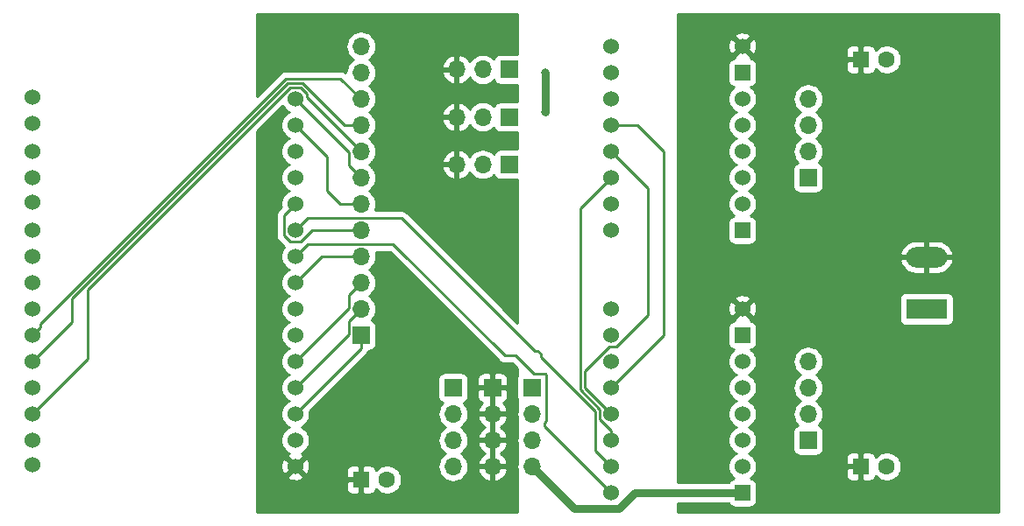
<source format=gbr>
G04 #@! TF.GenerationSoftware,KiCad,Pcbnew,5.1.4+dfsg1-1*
G04 #@! TF.CreationDate,2020-01-11T23:19:06+01:00*
G04 #@! TF.ProjectId,wbplotter,7762706c-6f74-4746-9572-2e6b69636164,rev?*
G04 #@! TF.SameCoordinates,Original*
G04 #@! TF.FileFunction,Copper,L2,Bot*
G04 #@! TF.FilePolarity,Positive*
%FSLAX46Y46*%
G04 Gerber Fmt 4.6, Leading zero omitted, Abs format (unit mm)*
G04 Created by KiCad (PCBNEW 5.1.4+dfsg1-1) date 2020-01-11 23:19:06*
%MOMM*%
%LPD*%
G04 APERTURE LIST*
%ADD10C,1.524000*%
%ADD11R,1.524000X1.524000*%
%ADD12O,3.960000X1.980000*%
%ADD13R,3.960000X1.980000*%
%ADD14O,1.700000X1.700000*%
%ADD15R,1.700000X1.700000*%
%ADD16C,1.600000*%
%ADD17R,1.600000X1.600000*%
%ADD18C,0.800000*%
%ADD19C,0.800000*%
%ADD20C,0.250000*%
%ADD21C,0.254000*%
G04 APERTURE END LIST*
D10*
X123190000Y-106680000D03*
D11*
X123190000Y-109220000D03*
D10*
X123190000Y-111760000D03*
X123190000Y-114300000D03*
X123190000Y-116840000D03*
X123190000Y-119380000D03*
X123190000Y-121920000D03*
D11*
X123190000Y-124460000D03*
D10*
X110490000Y-124460000D03*
X110490000Y-121920000D03*
X110490000Y-119380000D03*
X110490000Y-116840000D03*
X110490000Y-114300000D03*
X110490000Y-111760000D03*
X110490000Y-109220000D03*
X110490000Y-106680000D03*
X123190000Y-132080000D03*
D11*
X123190000Y-134620000D03*
D10*
X123190000Y-137160000D03*
X123190000Y-139700000D03*
X123190000Y-142240000D03*
X123190000Y-144780000D03*
X123190000Y-147320000D03*
D11*
X123190000Y-149860000D03*
D10*
X110490000Y-149860000D03*
X110490000Y-147320000D03*
X110490000Y-144780000D03*
X110490000Y-142240000D03*
X110490000Y-139700000D03*
X110490000Y-137160000D03*
X110490000Y-134620000D03*
X110490000Y-132080000D03*
X54610000Y-147121130D03*
X54610000Y-144780000D03*
X54610000Y-142240000D03*
X54610000Y-139700000D03*
X54610000Y-137160000D03*
X54610000Y-134620000D03*
X54610000Y-132080000D03*
X54610000Y-129540000D03*
X54610000Y-127000000D03*
X54610000Y-124460000D03*
X54610000Y-121721130D03*
X54610000Y-119380000D03*
X54610000Y-116840000D03*
X54610000Y-114101130D03*
X54610000Y-111561130D03*
X80010000Y-111760000D03*
X80010000Y-114300000D03*
X80010000Y-116840000D03*
X80010000Y-119380000D03*
X80010000Y-121920000D03*
X80010000Y-124460000D03*
X80010000Y-127000000D03*
X80010000Y-129540000D03*
X80010000Y-132080000D03*
X80010000Y-134620000D03*
X80010000Y-137160000D03*
X80010000Y-139700000D03*
X80010000Y-142240000D03*
X80010000Y-144780000D03*
X80010000Y-147320000D03*
D12*
X140970000Y-127080000D03*
D13*
X140970000Y-132080000D03*
D14*
X129540000Y-111760000D03*
X129540000Y-114300000D03*
X129540000Y-116840000D03*
D15*
X129540000Y-119380000D03*
D14*
X129540000Y-137160000D03*
X129540000Y-139700000D03*
X129540000Y-142240000D03*
D15*
X129540000Y-144780000D03*
D14*
X95580000Y-118104759D03*
X98120000Y-118104759D03*
D15*
X100660000Y-118104759D03*
D14*
X95580000Y-113504759D03*
X98120000Y-113504759D03*
D15*
X100660000Y-113504759D03*
D14*
X95580000Y-108904759D03*
X98120000Y-108904759D03*
D15*
X100660000Y-108904759D03*
D14*
X102870000Y-147320000D03*
X102870000Y-144780000D03*
X102870000Y-142240000D03*
D15*
X102870000Y-139700000D03*
D14*
X99060000Y-147320000D03*
X99060000Y-144780000D03*
X99060000Y-142240000D03*
D15*
X99060000Y-139700000D03*
D14*
X95250000Y-147320000D03*
X95250000Y-144780000D03*
X95250000Y-142240000D03*
D15*
X95250000Y-139700000D03*
D14*
X86360000Y-106680000D03*
X86360000Y-109220000D03*
X86360000Y-111760000D03*
X86360000Y-114300000D03*
X86360000Y-116840000D03*
X86360000Y-119380000D03*
X86360000Y-121920000D03*
X86360000Y-124460000D03*
X86360000Y-127000000D03*
X86360000Y-129540000D03*
X86360000Y-132080000D03*
D15*
X86360000Y-134620000D03*
D16*
X137120000Y-147320000D03*
D17*
X134620000Y-147320000D03*
D16*
X137120000Y-107950000D03*
D17*
X134620000Y-107950000D03*
D16*
X88860000Y-148590000D03*
D17*
X86360000Y-148590000D03*
D18*
X104140000Y-113030000D03*
X104140000Y-109220000D03*
X94488000Y-124968000D03*
X91440000Y-130810000D03*
D19*
X103719999Y-148169999D02*
X102870000Y-147320000D01*
X111239761Y-151422001D02*
X106972001Y-151422001D01*
X106972001Y-151422001D02*
X103719999Y-148169999D01*
X112801762Y-149860000D02*
X111239761Y-151422001D01*
X123190000Y-149860000D02*
X112801762Y-149860000D01*
X104140000Y-109220000D02*
X104140000Y-113030000D01*
D20*
X55371999Y-133858001D02*
X54610000Y-134620000D01*
X55371999Y-133516419D02*
X55371999Y-133858001D01*
X79115437Y-109772981D02*
X55371999Y-133516419D01*
X84372981Y-109772981D02*
X79115437Y-109772981D01*
X86360000Y-111760000D02*
X84372981Y-109772981D01*
X79301838Y-110222990D02*
X58420000Y-131104828D01*
X80718161Y-110222989D02*
X79301838Y-110222990D01*
X86360000Y-114300000D02*
X84795172Y-114300000D01*
X84795172Y-114300000D02*
X80718161Y-110222989D01*
X58420000Y-133350000D02*
X54610000Y-137160000D01*
X58420000Y-131104828D02*
X58420000Y-133350000D01*
X55371999Y-141478001D02*
X54610000Y-142240000D01*
X59944000Y-136906000D02*
X55371999Y-141478001D01*
X81097001Y-111238239D02*
X80531761Y-110672999D01*
X59944000Y-130217238D02*
X59944000Y-136906000D01*
X86360000Y-116840000D02*
X81097001Y-111577001D01*
X80531761Y-110672999D02*
X79488239Y-110672999D01*
X81097001Y-111577001D02*
X81097001Y-111238239D01*
X79488239Y-110672999D02*
X59944000Y-130217238D01*
X80771999Y-112521999D02*
X80010000Y-111760000D01*
X85184999Y-116934999D02*
X80771999Y-112521999D01*
X85184999Y-118204999D02*
X85184999Y-116934999D01*
X86360000Y-119380000D02*
X85184999Y-118204999D01*
X83058000Y-117348000D02*
X80010000Y-114300000D01*
X86360000Y-121920000D02*
X84328000Y-121920000D01*
X83058000Y-120650000D02*
X83058000Y-117348000D01*
X84328000Y-121920000D02*
X83058000Y-120650000D01*
X79248001Y-122681999D02*
X80010000Y-121920000D01*
X78922999Y-124981761D02*
X78922999Y-123007001D01*
X79488239Y-125547001D02*
X78922999Y-124981761D01*
X78922999Y-123007001D02*
X79248001Y-122681999D01*
X80531761Y-125547001D02*
X79488239Y-125547001D01*
X81618762Y-124460000D02*
X80531761Y-125547001D01*
X86360000Y-124460000D02*
X81618762Y-124460000D01*
X80771999Y-128778001D02*
X80010000Y-129540000D01*
X82550000Y-127000000D02*
X80771999Y-128778001D01*
X86360000Y-127000000D02*
X82550000Y-127000000D01*
X80771999Y-136398001D02*
X80010000Y-137160000D01*
X85184999Y-131985001D02*
X80771999Y-136398001D01*
X85184999Y-130715001D02*
X85184999Y-131985001D01*
X86360000Y-129540000D02*
X85184999Y-130715001D01*
X80771999Y-138938001D02*
X80010000Y-139700000D01*
X85184999Y-134525001D02*
X80771999Y-138938001D01*
X85184999Y-133255001D02*
X85184999Y-134525001D01*
X86360000Y-132080000D02*
X85184999Y-133255001D01*
X86360000Y-135890000D02*
X80010000Y-142240000D01*
X86360000Y-134620000D02*
X86360000Y-135890000D01*
X110490000Y-114300000D02*
X113030000Y-114300000D01*
X113030000Y-114300000D02*
X115570000Y-116840000D01*
X115570000Y-134620000D02*
X110490000Y-139700000D01*
X115570000Y-116840000D02*
X115570000Y-134620000D01*
X110490000Y-142240000D02*
X110490000Y-142237178D01*
X114046000Y-120396000D02*
X111251999Y-117601999D01*
X107950002Y-139697180D02*
X107950002Y-138091236D01*
X114046000Y-132672762D02*
X114046000Y-120396000D01*
X111251999Y-117601999D02*
X110490000Y-116840000D01*
X110334237Y-135707001D02*
X111011761Y-135707001D01*
X110490000Y-142237178D02*
X107950002Y-139697180D01*
X107950002Y-138091236D02*
X110334237Y-135707001D01*
X111011761Y-135707001D02*
X114046000Y-132672762D01*
X109402999Y-142761760D02*
X109402999Y-141786588D01*
X107499991Y-139883581D02*
X107499991Y-122370009D01*
X107499991Y-122370009D02*
X109728001Y-120141999D01*
X109402999Y-141786588D02*
X107499991Y-139883581D01*
X110490000Y-143848762D02*
X109402999Y-142761760D01*
X110490000Y-144780000D02*
X110490000Y-143848762D01*
X109728001Y-120141999D02*
X110490000Y-119380000D01*
X103694014Y-136409599D02*
X103430403Y-136145988D01*
X108952988Y-145782988D02*
X108952988Y-141972988D01*
X108952988Y-141972988D02*
X103694014Y-136714014D01*
X110490000Y-147320000D02*
X108952988Y-145782988D01*
X103694014Y-136714014D02*
X103694014Y-136409599D01*
X81185001Y-123284999D02*
X80771999Y-123698001D01*
X103125988Y-136145988D02*
X90264999Y-123284999D01*
X103430403Y-136145988D02*
X103125988Y-136145988D01*
X90264999Y-123284999D02*
X81185001Y-123284999D01*
X80771999Y-123698001D02*
X80010000Y-124460000D01*
X104245001Y-142900001D02*
X104045001Y-143100001D01*
X104140001Y-138324999D02*
X104245001Y-138429999D01*
X104045001Y-143415001D02*
X110490000Y-149860000D01*
X104245001Y-138429999D02*
X104245001Y-142900001D01*
X103018999Y-138324999D02*
X104140001Y-138324999D01*
X81185001Y-125824999D02*
X89464001Y-125824999D01*
X101289999Y-136595999D02*
X103018999Y-138324999D01*
X80010000Y-127000000D02*
X81185001Y-125824999D01*
X104045001Y-143100001D02*
X104045001Y-143415001D01*
X100235001Y-136595999D02*
X101289999Y-136595999D01*
X89464001Y-125824999D02*
X100235001Y-136595999D01*
D21*
G36*
X147930000Y-151740000D02*
G01*
X116967000Y-151740000D01*
X116967000Y-150895000D01*
X121853903Y-150895000D01*
X121897463Y-150976494D01*
X121976815Y-151073185D01*
X122073506Y-151152537D01*
X122183820Y-151211502D01*
X122303518Y-151247812D01*
X122428000Y-151260072D01*
X123952000Y-151260072D01*
X124076482Y-151247812D01*
X124196180Y-151211502D01*
X124306494Y-151152537D01*
X124403185Y-151073185D01*
X124482537Y-150976494D01*
X124541502Y-150866180D01*
X124577812Y-150746482D01*
X124590072Y-150622000D01*
X124590072Y-149098000D01*
X124577812Y-148973518D01*
X124541502Y-148853820D01*
X124482537Y-148743506D01*
X124403185Y-148646815D01*
X124306494Y-148567463D01*
X124196180Y-148508498D01*
X124076482Y-148472188D01*
X123992535Y-148463920D01*
X124080535Y-148405120D01*
X124275120Y-148210535D01*
X124335613Y-148120000D01*
X133181928Y-148120000D01*
X133194188Y-148244482D01*
X133230498Y-148364180D01*
X133289463Y-148474494D01*
X133368815Y-148571185D01*
X133465506Y-148650537D01*
X133575820Y-148709502D01*
X133695518Y-148745812D01*
X133820000Y-148758072D01*
X134334250Y-148755000D01*
X134493000Y-148596250D01*
X134493000Y-147447000D01*
X133343750Y-147447000D01*
X133185000Y-147605750D01*
X133181928Y-148120000D01*
X124335613Y-148120000D01*
X124428005Y-147981727D01*
X124533314Y-147727490D01*
X124587000Y-147457592D01*
X124587000Y-147182408D01*
X124533314Y-146912510D01*
X124428005Y-146658273D01*
X124335614Y-146520000D01*
X133181928Y-146520000D01*
X133185000Y-147034250D01*
X133343750Y-147193000D01*
X134493000Y-147193000D01*
X134493000Y-146043750D01*
X134747000Y-146043750D01*
X134747000Y-147193000D01*
X134767000Y-147193000D01*
X134767000Y-147447000D01*
X134747000Y-147447000D01*
X134747000Y-148596250D01*
X134905750Y-148755000D01*
X135420000Y-148758072D01*
X135544482Y-148745812D01*
X135664180Y-148709502D01*
X135774494Y-148650537D01*
X135871185Y-148571185D01*
X135950537Y-148474494D01*
X136009502Y-148364180D01*
X136038661Y-148268057D01*
X136205241Y-148434637D01*
X136440273Y-148591680D01*
X136701426Y-148699853D01*
X136978665Y-148755000D01*
X137261335Y-148755000D01*
X137538574Y-148699853D01*
X137799727Y-148591680D01*
X138034759Y-148434637D01*
X138234637Y-148234759D01*
X138391680Y-147999727D01*
X138499853Y-147738574D01*
X138555000Y-147461335D01*
X138555000Y-147178665D01*
X138499853Y-146901426D01*
X138391680Y-146640273D01*
X138234637Y-146405241D01*
X138034759Y-146205363D01*
X137799727Y-146048320D01*
X137538574Y-145940147D01*
X137261335Y-145885000D01*
X136978665Y-145885000D01*
X136701426Y-145940147D01*
X136440273Y-146048320D01*
X136205241Y-146205363D01*
X136038661Y-146371943D01*
X136009502Y-146275820D01*
X135950537Y-146165506D01*
X135871185Y-146068815D01*
X135774494Y-145989463D01*
X135664180Y-145930498D01*
X135544482Y-145894188D01*
X135420000Y-145881928D01*
X134905750Y-145885000D01*
X134747000Y-146043750D01*
X134493000Y-146043750D01*
X134334250Y-145885000D01*
X133820000Y-145881928D01*
X133695518Y-145894188D01*
X133575820Y-145930498D01*
X133465506Y-145989463D01*
X133368815Y-146068815D01*
X133289463Y-146165506D01*
X133230498Y-146275820D01*
X133194188Y-146395518D01*
X133181928Y-146520000D01*
X124335614Y-146520000D01*
X124275120Y-146429465D01*
X124080535Y-146234880D01*
X123851727Y-146081995D01*
X123774485Y-146050000D01*
X123851727Y-146018005D01*
X124080535Y-145865120D01*
X124275120Y-145670535D01*
X124428005Y-145441727D01*
X124533314Y-145187490D01*
X124587000Y-144917592D01*
X124587000Y-144642408D01*
X124533314Y-144372510D01*
X124428005Y-144118273D01*
X124275120Y-143889465D01*
X124080535Y-143694880D01*
X123851727Y-143541995D01*
X123774485Y-143510000D01*
X123851727Y-143478005D01*
X124080535Y-143325120D01*
X124275120Y-143130535D01*
X124428005Y-142901727D01*
X124533314Y-142647490D01*
X124587000Y-142377592D01*
X124587000Y-142102408D01*
X124533314Y-141832510D01*
X124428005Y-141578273D01*
X124275120Y-141349465D01*
X124080535Y-141154880D01*
X123851727Y-141001995D01*
X123774485Y-140970000D01*
X123851727Y-140938005D01*
X124080535Y-140785120D01*
X124275120Y-140590535D01*
X124428005Y-140361727D01*
X124533314Y-140107490D01*
X124587000Y-139837592D01*
X124587000Y-139562408D01*
X124533314Y-139292510D01*
X124428005Y-139038273D01*
X124275120Y-138809465D01*
X124080535Y-138614880D01*
X123851727Y-138461995D01*
X123774485Y-138430000D01*
X123851727Y-138398005D01*
X124080535Y-138245120D01*
X124275120Y-138050535D01*
X124428005Y-137821727D01*
X124533314Y-137567490D01*
X124587000Y-137297592D01*
X124587000Y-137160000D01*
X128047815Y-137160000D01*
X128076487Y-137451111D01*
X128161401Y-137731034D01*
X128299294Y-137989014D01*
X128484866Y-138215134D01*
X128710986Y-138400706D01*
X128765791Y-138430000D01*
X128710986Y-138459294D01*
X128484866Y-138644866D01*
X128299294Y-138870986D01*
X128161401Y-139128966D01*
X128076487Y-139408889D01*
X128047815Y-139700000D01*
X128076487Y-139991111D01*
X128161401Y-140271034D01*
X128299294Y-140529014D01*
X128484866Y-140755134D01*
X128710986Y-140940706D01*
X128765791Y-140970000D01*
X128710986Y-140999294D01*
X128484866Y-141184866D01*
X128299294Y-141410986D01*
X128161401Y-141668966D01*
X128076487Y-141948889D01*
X128047815Y-142240000D01*
X128076487Y-142531111D01*
X128161401Y-142811034D01*
X128299294Y-143069014D01*
X128484866Y-143295134D01*
X128514687Y-143319607D01*
X128445820Y-143340498D01*
X128335506Y-143399463D01*
X128238815Y-143478815D01*
X128159463Y-143575506D01*
X128100498Y-143685820D01*
X128064188Y-143805518D01*
X128051928Y-143930000D01*
X128051928Y-145630000D01*
X128064188Y-145754482D01*
X128100498Y-145874180D01*
X128159463Y-145984494D01*
X128238815Y-146081185D01*
X128335506Y-146160537D01*
X128445820Y-146219502D01*
X128565518Y-146255812D01*
X128690000Y-146268072D01*
X130390000Y-146268072D01*
X130514482Y-146255812D01*
X130634180Y-146219502D01*
X130744494Y-146160537D01*
X130841185Y-146081185D01*
X130920537Y-145984494D01*
X130979502Y-145874180D01*
X131015812Y-145754482D01*
X131028072Y-145630000D01*
X131028072Y-143930000D01*
X131015812Y-143805518D01*
X130979502Y-143685820D01*
X130920537Y-143575506D01*
X130841185Y-143478815D01*
X130744494Y-143399463D01*
X130634180Y-143340498D01*
X130565313Y-143319607D01*
X130595134Y-143295134D01*
X130780706Y-143069014D01*
X130918599Y-142811034D01*
X131003513Y-142531111D01*
X131032185Y-142240000D01*
X131003513Y-141948889D01*
X130918599Y-141668966D01*
X130780706Y-141410986D01*
X130595134Y-141184866D01*
X130369014Y-140999294D01*
X130314209Y-140970000D01*
X130369014Y-140940706D01*
X130595134Y-140755134D01*
X130780706Y-140529014D01*
X130918599Y-140271034D01*
X131003513Y-139991111D01*
X131032185Y-139700000D01*
X131003513Y-139408889D01*
X130918599Y-139128966D01*
X130780706Y-138870986D01*
X130595134Y-138644866D01*
X130369014Y-138459294D01*
X130314209Y-138430000D01*
X130369014Y-138400706D01*
X130595134Y-138215134D01*
X130780706Y-137989014D01*
X130918599Y-137731034D01*
X131003513Y-137451111D01*
X131032185Y-137160000D01*
X131003513Y-136868889D01*
X130918599Y-136588966D01*
X130780706Y-136330986D01*
X130595134Y-136104866D01*
X130369014Y-135919294D01*
X130111034Y-135781401D01*
X129831111Y-135696487D01*
X129612950Y-135675000D01*
X129467050Y-135675000D01*
X129248889Y-135696487D01*
X128968966Y-135781401D01*
X128710986Y-135919294D01*
X128484866Y-136104866D01*
X128299294Y-136330986D01*
X128161401Y-136588966D01*
X128076487Y-136868889D01*
X128047815Y-137160000D01*
X124587000Y-137160000D01*
X124587000Y-137022408D01*
X124533314Y-136752510D01*
X124428005Y-136498273D01*
X124275120Y-136269465D01*
X124080535Y-136074880D01*
X123992535Y-136016080D01*
X124076482Y-136007812D01*
X124196180Y-135971502D01*
X124306494Y-135912537D01*
X124403185Y-135833185D01*
X124482537Y-135736494D01*
X124541502Y-135626180D01*
X124577812Y-135506482D01*
X124590072Y-135382000D01*
X124590072Y-133858000D01*
X124577812Y-133733518D01*
X124541502Y-133613820D01*
X124482537Y-133503506D01*
X124403185Y-133406815D01*
X124306494Y-133327463D01*
X124196180Y-133268498D01*
X124076482Y-133232188D01*
X123952000Y-133219928D01*
X123927317Y-133219928D01*
X123975960Y-133045565D01*
X123190000Y-132259605D01*
X122404040Y-133045565D01*
X122452683Y-133219928D01*
X122428000Y-133219928D01*
X122303518Y-133232188D01*
X122183820Y-133268498D01*
X122073506Y-133327463D01*
X121976815Y-133406815D01*
X121897463Y-133503506D01*
X121838498Y-133613820D01*
X121802188Y-133733518D01*
X121789928Y-133858000D01*
X121789928Y-135382000D01*
X121802188Y-135506482D01*
X121838498Y-135626180D01*
X121897463Y-135736494D01*
X121976815Y-135833185D01*
X122073506Y-135912537D01*
X122183820Y-135971502D01*
X122303518Y-136007812D01*
X122387465Y-136016080D01*
X122299465Y-136074880D01*
X122104880Y-136269465D01*
X121951995Y-136498273D01*
X121846686Y-136752510D01*
X121793000Y-137022408D01*
X121793000Y-137297592D01*
X121846686Y-137567490D01*
X121951995Y-137821727D01*
X122104880Y-138050535D01*
X122299465Y-138245120D01*
X122528273Y-138398005D01*
X122605515Y-138430000D01*
X122528273Y-138461995D01*
X122299465Y-138614880D01*
X122104880Y-138809465D01*
X121951995Y-139038273D01*
X121846686Y-139292510D01*
X121793000Y-139562408D01*
X121793000Y-139837592D01*
X121846686Y-140107490D01*
X121951995Y-140361727D01*
X122104880Y-140590535D01*
X122299465Y-140785120D01*
X122528273Y-140938005D01*
X122605515Y-140970000D01*
X122528273Y-141001995D01*
X122299465Y-141154880D01*
X122104880Y-141349465D01*
X121951995Y-141578273D01*
X121846686Y-141832510D01*
X121793000Y-142102408D01*
X121793000Y-142377592D01*
X121846686Y-142647490D01*
X121951995Y-142901727D01*
X122104880Y-143130535D01*
X122299465Y-143325120D01*
X122528273Y-143478005D01*
X122605515Y-143510000D01*
X122528273Y-143541995D01*
X122299465Y-143694880D01*
X122104880Y-143889465D01*
X121951995Y-144118273D01*
X121846686Y-144372510D01*
X121793000Y-144642408D01*
X121793000Y-144917592D01*
X121846686Y-145187490D01*
X121951995Y-145441727D01*
X122104880Y-145670535D01*
X122299465Y-145865120D01*
X122528273Y-146018005D01*
X122605515Y-146050000D01*
X122528273Y-146081995D01*
X122299465Y-146234880D01*
X122104880Y-146429465D01*
X121951995Y-146658273D01*
X121846686Y-146912510D01*
X121793000Y-147182408D01*
X121793000Y-147457592D01*
X121846686Y-147727490D01*
X121951995Y-147981727D01*
X122104880Y-148210535D01*
X122299465Y-148405120D01*
X122387465Y-148463920D01*
X122303518Y-148472188D01*
X122183820Y-148508498D01*
X122073506Y-148567463D01*
X121976815Y-148646815D01*
X121897463Y-148743506D01*
X121853903Y-148825000D01*
X116967000Y-148825000D01*
X116967000Y-132152017D01*
X121788090Y-132152017D01*
X121829078Y-132424133D01*
X121922364Y-132683023D01*
X121984344Y-132798980D01*
X122224435Y-132865960D01*
X123010395Y-132080000D01*
X123369605Y-132080000D01*
X124155565Y-132865960D01*
X124395656Y-132798980D01*
X124512756Y-132549952D01*
X124579023Y-132282865D01*
X124591910Y-132007983D01*
X124550922Y-131735867D01*
X124457636Y-131476977D01*
X124395656Y-131361020D01*
X124155565Y-131294040D01*
X123369605Y-132080000D01*
X123010395Y-132080000D01*
X122224435Y-131294040D01*
X121984344Y-131361020D01*
X121867244Y-131610048D01*
X121800977Y-131877135D01*
X121788090Y-132152017D01*
X116967000Y-132152017D01*
X116967000Y-131114435D01*
X122404040Y-131114435D01*
X123190000Y-131900395D01*
X123975960Y-131114435D01*
X123969144Y-131090000D01*
X138351928Y-131090000D01*
X138351928Y-133070000D01*
X138364188Y-133194482D01*
X138400498Y-133314180D01*
X138459463Y-133424494D01*
X138538815Y-133521185D01*
X138635506Y-133600537D01*
X138745820Y-133659502D01*
X138865518Y-133695812D01*
X138990000Y-133708072D01*
X142950000Y-133708072D01*
X143074482Y-133695812D01*
X143194180Y-133659502D01*
X143304494Y-133600537D01*
X143401185Y-133521185D01*
X143480537Y-133424494D01*
X143539502Y-133314180D01*
X143575812Y-133194482D01*
X143588072Y-133070000D01*
X143588072Y-131090000D01*
X143575812Y-130965518D01*
X143539502Y-130845820D01*
X143480537Y-130735506D01*
X143401185Y-130638815D01*
X143304494Y-130559463D01*
X143194180Y-130500498D01*
X143074482Y-130464188D01*
X142950000Y-130451928D01*
X138990000Y-130451928D01*
X138865518Y-130464188D01*
X138745820Y-130500498D01*
X138635506Y-130559463D01*
X138538815Y-130638815D01*
X138459463Y-130735506D01*
X138400498Y-130845820D01*
X138364188Y-130965518D01*
X138351928Y-131090000D01*
X123969144Y-131090000D01*
X123908980Y-130874344D01*
X123659952Y-130757244D01*
X123392865Y-130690977D01*
X123117983Y-130678090D01*
X122845867Y-130719078D01*
X122586977Y-130812364D01*
X122471020Y-130874344D01*
X122404040Y-131114435D01*
X116967000Y-131114435D01*
X116967000Y-127458865D01*
X138399782Y-127458865D01*
X138430095Y-127584528D01*
X138558304Y-127877205D01*
X138741148Y-128139246D01*
X138971601Y-128360581D01*
X139240806Y-128532704D01*
X139538418Y-128649000D01*
X139853000Y-128705000D01*
X140843000Y-128705000D01*
X140843000Y-127207000D01*
X141097000Y-127207000D01*
X141097000Y-128705000D01*
X142087000Y-128705000D01*
X142401582Y-128649000D01*
X142699194Y-128532704D01*
X142968399Y-128360581D01*
X143198852Y-128139246D01*
X143381696Y-127877205D01*
X143509905Y-127584528D01*
X143540218Y-127458865D01*
X143420740Y-127207000D01*
X141097000Y-127207000D01*
X140843000Y-127207000D01*
X138519260Y-127207000D01*
X138399782Y-127458865D01*
X116967000Y-127458865D01*
X116967000Y-126701135D01*
X138399782Y-126701135D01*
X138519260Y-126953000D01*
X140843000Y-126953000D01*
X140843000Y-125455000D01*
X141097000Y-125455000D01*
X141097000Y-126953000D01*
X143420740Y-126953000D01*
X143540218Y-126701135D01*
X143509905Y-126575472D01*
X143381696Y-126282795D01*
X143198852Y-126020754D01*
X142968399Y-125799419D01*
X142699194Y-125627296D01*
X142401582Y-125511000D01*
X142087000Y-125455000D01*
X141097000Y-125455000D01*
X140843000Y-125455000D01*
X139853000Y-125455000D01*
X139538418Y-125511000D01*
X139240806Y-125627296D01*
X138971601Y-125799419D01*
X138741148Y-126020754D01*
X138558304Y-126282795D01*
X138430095Y-126575472D01*
X138399782Y-126701135D01*
X116967000Y-126701135D01*
X116967000Y-108458000D01*
X121789928Y-108458000D01*
X121789928Y-109982000D01*
X121802188Y-110106482D01*
X121838498Y-110226180D01*
X121897463Y-110336494D01*
X121976815Y-110433185D01*
X122073506Y-110512537D01*
X122183820Y-110571502D01*
X122303518Y-110607812D01*
X122387465Y-110616080D01*
X122299465Y-110674880D01*
X122104880Y-110869465D01*
X121951995Y-111098273D01*
X121846686Y-111352510D01*
X121793000Y-111622408D01*
X121793000Y-111897592D01*
X121846686Y-112167490D01*
X121951995Y-112421727D01*
X122104880Y-112650535D01*
X122299465Y-112845120D01*
X122528273Y-112998005D01*
X122605515Y-113030000D01*
X122528273Y-113061995D01*
X122299465Y-113214880D01*
X122104880Y-113409465D01*
X121951995Y-113638273D01*
X121846686Y-113892510D01*
X121793000Y-114162408D01*
X121793000Y-114437592D01*
X121846686Y-114707490D01*
X121951995Y-114961727D01*
X122104880Y-115190535D01*
X122299465Y-115385120D01*
X122528273Y-115538005D01*
X122605515Y-115570000D01*
X122528273Y-115601995D01*
X122299465Y-115754880D01*
X122104880Y-115949465D01*
X121951995Y-116178273D01*
X121846686Y-116432510D01*
X121793000Y-116702408D01*
X121793000Y-116977592D01*
X121846686Y-117247490D01*
X121951995Y-117501727D01*
X122104880Y-117730535D01*
X122299465Y-117925120D01*
X122528273Y-118078005D01*
X122605515Y-118110000D01*
X122528273Y-118141995D01*
X122299465Y-118294880D01*
X122104880Y-118489465D01*
X121951995Y-118718273D01*
X121846686Y-118972510D01*
X121793000Y-119242408D01*
X121793000Y-119517592D01*
X121846686Y-119787490D01*
X121951995Y-120041727D01*
X122104880Y-120270535D01*
X122299465Y-120465120D01*
X122528273Y-120618005D01*
X122605515Y-120650000D01*
X122528273Y-120681995D01*
X122299465Y-120834880D01*
X122104880Y-121029465D01*
X121951995Y-121258273D01*
X121846686Y-121512510D01*
X121793000Y-121782408D01*
X121793000Y-122057592D01*
X121846686Y-122327490D01*
X121951995Y-122581727D01*
X122104880Y-122810535D01*
X122299465Y-123005120D01*
X122387465Y-123063920D01*
X122303518Y-123072188D01*
X122183820Y-123108498D01*
X122073506Y-123167463D01*
X121976815Y-123246815D01*
X121897463Y-123343506D01*
X121838498Y-123453820D01*
X121802188Y-123573518D01*
X121789928Y-123698000D01*
X121789928Y-125222000D01*
X121802188Y-125346482D01*
X121838498Y-125466180D01*
X121897463Y-125576494D01*
X121976815Y-125673185D01*
X122073506Y-125752537D01*
X122183820Y-125811502D01*
X122303518Y-125847812D01*
X122428000Y-125860072D01*
X123952000Y-125860072D01*
X124076482Y-125847812D01*
X124196180Y-125811502D01*
X124306494Y-125752537D01*
X124403185Y-125673185D01*
X124482537Y-125576494D01*
X124541502Y-125466180D01*
X124577812Y-125346482D01*
X124590072Y-125222000D01*
X124590072Y-123698000D01*
X124577812Y-123573518D01*
X124541502Y-123453820D01*
X124482537Y-123343506D01*
X124403185Y-123246815D01*
X124306494Y-123167463D01*
X124196180Y-123108498D01*
X124076482Y-123072188D01*
X123992535Y-123063920D01*
X124080535Y-123005120D01*
X124275120Y-122810535D01*
X124428005Y-122581727D01*
X124533314Y-122327490D01*
X124587000Y-122057592D01*
X124587000Y-121782408D01*
X124533314Y-121512510D01*
X124428005Y-121258273D01*
X124275120Y-121029465D01*
X124080535Y-120834880D01*
X123851727Y-120681995D01*
X123774485Y-120650000D01*
X123851727Y-120618005D01*
X124080535Y-120465120D01*
X124275120Y-120270535D01*
X124428005Y-120041727D01*
X124533314Y-119787490D01*
X124587000Y-119517592D01*
X124587000Y-119242408D01*
X124533314Y-118972510D01*
X124428005Y-118718273D01*
X124275120Y-118489465D01*
X124080535Y-118294880D01*
X123851727Y-118141995D01*
X123774485Y-118110000D01*
X123851727Y-118078005D01*
X124080535Y-117925120D01*
X124275120Y-117730535D01*
X124428005Y-117501727D01*
X124533314Y-117247490D01*
X124587000Y-116977592D01*
X124587000Y-116702408D01*
X124533314Y-116432510D01*
X124428005Y-116178273D01*
X124275120Y-115949465D01*
X124080535Y-115754880D01*
X123851727Y-115601995D01*
X123774485Y-115570000D01*
X123851727Y-115538005D01*
X124080535Y-115385120D01*
X124275120Y-115190535D01*
X124428005Y-114961727D01*
X124533314Y-114707490D01*
X124587000Y-114437592D01*
X124587000Y-114162408D01*
X124533314Y-113892510D01*
X124428005Y-113638273D01*
X124275120Y-113409465D01*
X124080535Y-113214880D01*
X123851727Y-113061995D01*
X123774485Y-113030000D01*
X123851727Y-112998005D01*
X124080535Y-112845120D01*
X124275120Y-112650535D01*
X124428005Y-112421727D01*
X124533314Y-112167490D01*
X124587000Y-111897592D01*
X124587000Y-111760000D01*
X128047815Y-111760000D01*
X128076487Y-112051111D01*
X128161401Y-112331034D01*
X128299294Y-112589014D01*
X128484866Y-112815134D01*
X128710986Y-113000706D01*
X128765791Y-113030000D01*
X128710986Y-113059294D01*
X128484866Y-113244866D01*
X128299294Y-113470986D01*
X128161401Y-113728966D01*
X128076487Y-114008889D01*
X128047815Y-114300000D01*
X128076487Y-114591111D01*
X128161401Y-114871034D01*
X128299294Y-115129014D01*
X128484866Y-115355134D01*
X128710986Y-115540706D01*
X128765791Y-115570000D01*
X128710986Y-115599294D01*
X128484866Y-115784866D01*
X128299294Y-116010986D01*
X128161401Y-116268966D01*
X128076487Y-116548889D01*
X128047815Y-116840000D01*
X128076487Y-117131111D01*
X128161401Y-117411034D01*
X128299294Y-117669014D01*
X128484866Y-117895134D01*
X128514687Y-117919607D01*
X128445820Y-117940498D01*
X128335506Y-117999463D01*
X128238815Y-118078815D01*
X128159463Y-118175506D01*
X128100498Y-118285820D01*
X128064188Y-118405518D01*
X128051928Y-118530000D01*
X128051928Y-120230000D01*
X128064188Y-120354482D01*
X128100498Y-120474180D01*
X128159463Y-120584494D01*
X128238815Y-120681185D01*
X128335506Y-120760537D01*
X128445820Y-120819502D01*
X128565518Y-120855812D01*
X128690000Y-120868072D01*
X130390000Y-120868072D01*
X130514482Y-120855812D01*
X130634180Y-120819502D01*
X130744494Y-120760537D01*
X130841185Y-120681185D01*
X130920537Y-120584494D01*
X130979502Y-120474180D01*
X131015812Y-120354482D01*
X131028072Y-120230000D01*
X131028072Y-118530000D01*
X131015812Y-118405518D01*
X130979502Y-118285820D01*
X130920537Y-118175506D01*
X130841185Y-118078815D01*
X130744494Y-117999463D01*
X130634180Y-117940498D01*
X130565313Y-117919607D01*
X130595134Y-117895134D01*
X130780706Y-117669014D01*
X130918599Y-117411034D01*
X131003513Y-117131111D01*
X131032185Y-116840000D01*
X131003513Y-116548889D01*
X130918599Y-116268966D01*
X130780706Y-116010986D01*
X130595134Y-115784866D01*
X130369014Y-115599294D01*
X130314209Y-115570000D01*
X130369014Y-115540706D01*
X130595134Y-115355134D01*
X130780706Y-115129014D01*
X130918599Y-114871034D01*
X131003513Y-114591111D01*
X131032185Y-114300000D01*
X131003513Y-114008889D01*
X130918599Y-113728966D01*
X130780706Y-113470986D01*
X130595134Y-113244866D01*
X130369014Y-113059294D01*
X130314209Y-113030000D01*
X130369014Y-113000706D01*
X130595134Y-112815134D01*
X130780706Y-112589014D01*
X130918599Y-112331034D01*
X131003513Y-112051111D01*
X131032185Y-111760000D01*
X131003513Y-111468889D01*
X130918599Y-111188966D01*
X130780706Y-110930986D01*
X130595134Y-110704866D01*
X130369014Y-110519294D01*
X130111034Y-110381401D01*
X129831111Y-110296487D01*
X129612950Y-110275000D01*
X129467050Y-110275000D01*
X129248889Y-110296487D01*
X128968966Y-110381401D01*
X128710986Y-110519294D01*
X128484866Y-110704866D01*
X128299294Y-110930986D01*
X128161401Y-111188966D01*
X128076487Y-111468889D01*
X128047815Y-111760000D01*
X124587000Y-111760000D01*
X124587000Y-111622408D01*
X124533314Y-111352510D01*
X124428005Y-111098273D01*
X124275120Y-110869465D01*
X124080535Y-110674880D01*
X123992535Y-110616080D01*
X124076482Y-110607812D01*
X124196180Y-110571502D01*
X124306494Y-110512537D01*
X124403185Y-110433185D01*
X124482537Y-110336494D01*
X124541502Y-110226180D01*
X124577812Y-110106482D01*
X124590072Y-109982000D01*
X124590072Y-108750000D01*
X133181928Y-108750000D01*
X133194188Y-108874482D01*
X133230498Y-108994180D01*
X133289463Y-109104494D01*
X133368815Y-109201185D01*
X133465506Y-109280537D01*
X133575820Y-109339502D01*
X133695518Y-109375812D01*
X133820000Y-109388072D01*
X134334250Y-109385000D01*
X134493000Y-109226250D01*
X134493000Y-108077000D01*
X133343750Y-108077000D01*
X133185000Y-108235750D01*
X133181928Y-108750000D01*
X124590072Y-108750000D01*
X124590072Y-108458000D01*
X124577812Y-108333518D01*
X124541502Y-108213820D01*
X124482537Y-108103506D01*
X124403185Y-108006815D01*
X124306494Y-107927463D01*
X124196180Y-107868498D01*
X124076482Y-107832188D01*
X123952000Y-107819928D01*
X123927317Y-107819928D01*
X123975960Y-107645565D01*
X123190000Y-106859605D01*
X122404040Y-107645565D01*
X122452683Y-107819928D01*
X122428000Y-107819928D01*
X122303518Y-107832188D01*
X122183820Y-107868498D01*
X122073506Y-107927463D01*
X121976815Y-108006815D01*
X121897463Y-108103506D01*
X121838498Y-108213820D01*
X121802188Y-108333518D01*
X121789928Y-108458000D01*
X116967000Y-108458000D01*
X116967000Y-106752017D01*
X121788090Y-106752017D01*
X121829078Y-107024133D01*
X121922364Y-107283023D01*
X121984344Y-107398980D01*
X122224435Y-107465960D01*
X123010395Y-106680000D01*
X123369605Y-106680000D01*
X124155565Y-107465960D01*
X124395656Y-107398980D01*
X124512733Y-107150000D01*
X133181928Y-107150000D01*
X133185000Y-107664250D01*
X133343750Y-107823000D01*
X134493000Y-107823000D01*
X134493000Y-106673750D01*
X134747000Y-106673750D01*
X134747000Y-107823000D01*
X134767000Y-107823000D01*
X134767000Y-108077000D01*
X134747000Y-108077000D01*
X134747000Y-109226250D01*
X134905750Y-109385000D01*
X135420000Y-109388072D01*
X135544482Y-109375812D01*
X135664180Y-109339502D01*
X135774494Y-109280537D01*
X135871185Y-109201185D01*
X135950537Y-109104494D01*
X136009502Y-108994180D01*
X136038661Y-108898057D01*
X136205241Y-109064637D01*
X136440273Y-109221680D01*
X136701426Y-109329853D01*
X136978665Y-109385000D01*
X137261335Y-109385000D01*
X137538574Y-109329853D01*
X137799727Y-109221680D01*
X138034759Y-109064637D01*
X138234637Y-108864759D01*
X138391680Y-108629727D01*
X138499853Y-108368574D01*
X138555000Y-108091335D01*
X138555000Y-107808665D01*
X138499853Y-107531426D01*
X138391680Y-107270273D01*
X138234637Y-107035241D01*
X138034759Y-106835363D01*
X137799727Y-106678320D01*
X137538574Y-106570147D01*
X137261335Y-106515000D01*
X136978665Y-106515000D01*
X136701426Y-106570147D01*
X136440273Y-106678320D01*
X136205241Y-106835363D01*
X136038661Y-107001943D01*
X136009502Y-106905820D01*
X135950537Y-106795506D01*
X135871185Y-106698815D01*
X135774494Y-106619463D01*
X135664180Y-106560498D01*
X135544482Y-106524188D01*
X135420000Y-106511928D01*
X134905750Y-106515000D01*
X134747000Y-106673750D01*
X134493000Y-106673750D01*
X134334250Y-106515000D01*
X133820000Y-106511928D01*
X133695518Y-106524188D01*
X133575820Y-106560498D01*
X133465506Y-106619463D01*
X133368815Y-106698815D01*
X133289463Y-106795506D01*
X133230498Y-106905820D01*
X133194188Y-107025518D01*
X133181928Y-107150000D01*
X124512733Y-107150000D01*
X124512756Y-107149952D01*
X124579023Y-106882865D01*
X124591910Y-106607983D01*
X124550922Y-106335867D01*
X124457636Y-106076977D01*
X124395656Y-105961020D01*
X124155565Y-105894040D01*
X123369605Y-106680000D01*
X123010395Y-106680000D01*
X122224435Y-105894040D01*
X121984344Y-105961020D01*
X121867244Y-106210048D01*
X121800977Y-106477135D01*
X121788090Y-106752017D01*
X116967000Y-106752017D01*
X116967000Y-105714435D01*
X122404040Y-105714435D01*
X123190000Y-106500395D01*
X123975960Y-105714435D01*
X123908980Y-105474344D01*
X123659952Y-105357244D01*
X123392865Y-105290977D01*
X123117983Y-105278090D01*
X122845867Y-105319078D01*
X122586977Y-105412364D01*
X122471020Y-105474344D01*
X122404040Y-105714435D01*
X116967000Y-105714435D01*
X116967000Y-103530000D01*
X147930001Y-103530000D01*
X147930000Y-151740000D01*
X147930000Y-151740000D01*
G37*
X147930000Y-151740000D02*
X116967000Y-151740000D01*
X116967000Y-150895000D01*
X121853903Y-150895000D01*
X121897463Y-150976494D01*
X121976815Y-151073185D01*
X122073506Y-151152537D01*
X122183820Y-151211502D01*
X122303518Y-151247812D01*
X122428000Y-151260072D01*
X123952000Y-151260072D01*
X124076482Y-151247812D01*
X124196180Y-151211502D01*
X124306494Y-151152537D01*
X124403185Y-151073185D01*
X124482537Y-150976494D01*
X124541502Y-150866180D01*
X124577812Y-150746482D01*
X124590072Y-150622000D01*
X124590072Y-149098000D01*
X124577812Y-148973518D01*
X124541502Y-148853820D01*
X124482537Y-148743506D01*
X124403185Y-148646815D01*
X124306494Y-148567463D01*
X124196180Y-148508498D01*
X124076482Y-148472188D01*
X123992535Y-148463920D01*
X124080535Y-148405120D01*
X124275120Y-148210535D01*
X124335613Y-148120000D01*
X133181928Y-148120000D01*
X133194188Y-148244482D01*
X133230498Y-148364180D01*
X133289463Y-148474494D01*
X133368815Y-148571185D01*
X133465506Y-148650537D01*
X133575820Y-148709502D01*
X133695518Y-148745812D01*
X133820000Y-148758072D01*
X134334250Y-148755000D01*
X134493000Y-148596250D01*
X134493000Y-147447000D01*
X133343750Y-147447000D01*
X133185000Y-147605750D01*
X133181928Y-148120000D01*
X124335613Y-148120000D01*
X124428005Y-147981727D01*
X124533314Y-147727490D01*
X124587000Y-147457592D01*
X124587000Y-147182408D01*
X124533314Y-146912510D01*
X124428005Y-146658273D01*
X124335614Y-146520000D01*
X133181928Y-146520000D01*
X133185000Y-147034250D01*
X133343750Y-147193000D01*
X134493000Y-147193000D01*
X134493000Y-146043750D01*
X134747000Y-146043750D01*
X134747000Y-147193000D01*
X134767000Y-147193000D01*
X134767000Y-147447000D01*
X134747000Y-147447000D01*
X134747000Y-148596250D01*
X134905750Y-148755000D01*
X135420000Y-148758072D01*
X135544482Y-148745812D01*
X135664180Y-148709502D01*
X135774494Y-148650537D01*
X135871185Y-148571185D01*
X135950537Y-148474494D01*
X136009502Y-148364180D01*
X136038661Y-148268057D01*
X136205241Y-148434637D01*
X136440273Y-148591680D01*
X136701426Y-148699853D01*
X136978665Y-148755000D01*
X137261335Y-148755000D01*
X137538574Y-148699853D01*
X137799727Y-148591680D01*
X138034759Y-148434637D01*
X138234637Y-148234759D01*
X138391680Y-147999727D01*
X138499853Y-147738574D01*
X138555000Y-147461335D01*
X138555000Y-147178665D01*
X138499853Y-146901426D01*
X138391680Y-146640273D01*
X138234637Y-146405241D01*
X138034759Y-146205363D01*
X137799727Y-146048320D01*
X137538574Y-145940147D01*
X137261335Y-145885000D01*
X136978665Y-145885000D01*
X136701426Y-145940147D01*
X136440273Y-146048320D01*
X136205241Y-146205363D01*
X136038661Y-146371943D01*
X136009502Y-146275820D01*
X135950537Y-146165506D01*
X135871185Y-146068815D01*
X135774494Y-145989463D01*
X135664180Y-145930498D01*
X135544482Y-145894188D01*
X135420000Y-145881928D01*
X134905750Y-145885000D01*
X134747000Y-146043750D01*
X134493000Y-146043750D01*
X134334250Y-145885000D01*
X133820000Y-145881928D01*
X133695518Y-145894188D01*
X133575820Y-145930498D01*
X133465506Y-145989463D01*
X133368815Y-146068815D01*
X133289463Y-146165506D01*
X133230498Y-146275820D01*
X133194188Y-146395518D01*
X133181928Y-146520000D01*
X124335614Y-146520000D01*
X124275120Y-146429465D01*
X124080535Y-146234880D01*
X123851727Y-146081995D01*
X123774485Y-146050000D01*
X123851727Y-146018005D01*
X124080535Y-145865120D01*
X124275120Y-145670535D01*
X124428005Y-145441727D01*
X124533314Y-145187490D01*
X124587000Y-144917592D01*
X124587000Y-144642408D01*
X124533314Y-144372510D01*
X124428005Y-144118273D01*
X124275120Y-143889465D01*
X124080535Y-143694880D01*
X123851727Y-143541995D01*
X123774485Y-143510000D01*
X123851727Y-143478005D01*
X124080535Y-143325120D01*
X124275120Y-143130535D01*
X124428005Y-142901727D01*
X124533314Y-142647490D01*
X124587000Y-142377592D01*
X124587000Y-142102408D01*
X124533314Y-141832510D01*
X124428005Y-141578273D01*
X124275120Y-141349465D01*
X124080535Y-141154880D01*
X123851727Y-141001995D01*
X123774485Y-140970000D01*
X123851727Y-140938005D01*
X124080535Y-140785120D01*
X124275120Y-140590535D01*
X124428005Y-140361727D01*
X124533314Y-140107490D01*
X124587000Y-139837592D01*
X124587000Y-139562408D01*
X124533314Y-139292510D01*
X124428005Y-139038273D01*
X124275120Y-138809465D01*
X124080535Y-138614880D01*
X123851727Y-138461995D01*
X123774485Y-138430000D01*
X123851727Y-138398005D01*
X124080535Y-138245120D01*
X124275120Y-138050535D01*
X124428005Y-137821727D01*
X124533314Y-137567490D01*
X124587000Y-137297592D01*
X124587000Y-137160000D01*
X128047815Y-137160000D01*
X128076487Y-137451111D01*
X128161401Y-137731034D01*
X128299294Y-137989014D01*
X128484866Y-138215134D01*
X128710986Y-138400706D01*
X128765791Y-138430000D01*
X128710986Y-138459294D01*
X128484866Y-138644866D01*
X128299294Y-138870986D01*
X128161401Y-139128966D01*
X128076487Y-139408889D01*
X128047815Y-139700000D01*
X128076487Y-139991111D01*
X128161401Y-140271034D01*
X128299294Y-140529014D01*
X128484866Y-140755134D01*
X128710986Y-140940706D01*
X128765791Y-140970000D01*
X128710986Y-140999294D01*
X128484866Y-141184866D01*
X128299294Y-141410986D01*
X128161401Y-141668966D01*
X128076487Y-141948889D01*
X128047815Y-142240000D01*
X128076487Y-142531111D01*
X128161401Y-142811034D01*
X128299294Y-143069014D01*
X128484866Y-143295134D01*
X128514687Y-143319607D01*
X128445820Y-143340498D01*
X128335506Y-143399463D01*
X128238815Y-143478815D01*
X128159463Y-143575506D01*
X128100498Y-143685820D01*
X128064188Y-143805518D01*
X128051928Y-143930000D01*
X128051928Y-145630000D01*
X128064188Y-145754482D01*
X128100498Y-145874180D01*
X128159463Y-145984494D01*
X128238815Y-146081185D01*
X128335506Y-146160537D01*
X128445820Y-146219502D01*
X128565518Y-146255812D01*
X128690000Y-146268072D01*
X130390000Y-146268072D01*
X130514482Y-146255812D01*
X130634180Y-146219502D01*
X130744494Y-146160537D01*
X130841185Y-146081185D01*
X130920537Y-145984494D01*
X130979502Y-145874180D01*
X131015812Y-145754482D01*
X131028072Y-145630000D01*
X131028072Y-143930000D01*
X131015812Y-143805518D01*
X130979502Y-143685820D01*
X130920537Y-143575506D01*
X130841185Y-143478815D01*
X130744494Y-143399463D01*
X130634180Y-143340498D01*
X130565313Y-143319607D01*
X130595134Y-143295134D01*
X130780706Y-143069014D01*
X130918599Y-142811034D01*
X131003513Y-142531111D01*
X131032185Y-142240000D01*
X131003513Y-141948889D01*
X130918599Y-141668966D01*
X130780706Y-141410986D01*
X130595134Y-141184866D01*
X130369014Y-140999294D01*
X130314209Y-140970000D01*
X130369014Y-140940706D01*
X130595134Y-140755134D01*
X130780706Y-140529014D01*
X130918599Y-140271034D01*
X131003513Y-139991111D01*
X131032185Y-139700000D01*
X131003513Y-139408889D01*
X130918599Y-139128966D01*
X130780706Y-138870986D01*
X130595134Y-138644866D01*
X130369014Y-138459294D01*
X130314209Y-138430000D01*
X130369014Y-138400706D01*
X130595134Y-138215134D01*
X130780706Y-137989014D01*
X130918599Y-137731034D01*
X131003513Y-137451111D01*
X131032185Y-137160000D01*
X131003513Y-136868889D01*
X130918599Y-136588966D01*
X130780706Y-136330986D01*
X130595134Y-136104866D01*
X130369014Y-135919294D01*
X130111034Y-135781401D01*
X129831111Y-135696487D01*
X129612950Y-135675000D01*
X129467050Y-135675000D01*
X129248889Y-135696487D01*
X128968966Y-135781401D01*
X128710986Y-135919294D01*
X128484866Y-136104866D01*
X128299294Y-136330986D01*
X128161401Y-136588966D01*
X128076487Y-136868889D01*
X128047815Y-137160000D01*
X124587000Y-137160000D01*
X124587000Y-137022408D01*
X124533314Y-136752510D01*
X124428005Y-136498273D01*
X124275120Y-136269465D01*
X124080535Y-136074880D01*
X123992535Y-136016080D01*
X124076482Y-136007812D01*
X124196180Y-135971502D01*
X124306494Y-135912537D01*
X124403185Y-135833185D01*
X124482537Y-135736494D01*
X124541502Y-135626180D01*
X124577812Y-135506482D01*
X124590072Y-135382000D01*
X124590072Y-133858000D01*
X124577812Y-133733518D01*
X124541502Y-133613820D01*
X124482537Y-133503506D01*
X124403185Y-133406815D01*
X124306494Y-133327463D01*
X124196180Y-133268498D01*
X124076482Y-133232188D01*
X123952000Y-133219928D01*
X123927317Y-133219928D01*
X123975960Y-133045565D01*
X123190000Y-132259605D01*
X122404040Y-133045565D01*
X122452683Y-133219928D01*
X122428000Y-133219928D01*
X122303518Y-133232188D01*
X122183820Y-133268498D01*
X122073506Y-133327463D01*
X121976815Y-133406815D01*
X121897463Y-133503506D01*
X121838498Y-133613820D01*
X121802188Y-133733518D01*
X121789928Y-133858000D01*
X121789928Y-135382000D01*
X121802188Y-135506482D01*
X121838498Y-135626180D01*
X121897463Y-135736494D01*
X121976815Y-135833185D01*
X122073506Y-135912537D01*
X122183820Y-135971502D01*
X122303518Y-136007812D01*
X122387465Y-136016080D01*
X122299465Y-136074880D01*
X122104880Y-136269465D01*
X121951995Y-136498273D01*
X121846686Y-136752510D01*
X121793000Y-137022408D01*
X121793000Y-137297592D01*
X121846686Y-137567490D01*
X121951995Y-137821727D01*
X122104880Y-138050535D01*
X122299465Y-138245120D01*
X122528273Y-138398005D01*
X122605515Y-138430000D01*
X122528273Y-138461995D01*
X122299465Y-138614880D01*
X122104880Y-138809465D01*
X121951995Y-139038273D01*
X121846686Y-139292510D01*
X121793000Y-139562408D01*
X121793000Y-139837592D01*
X121846686Y-140107490D01*
X121951995Y-140361727D01*
X122104880Y-140590535D01*
X122299465Y-140785120D01*
X122528273Y-140938005D01*
X122605515Y-140970000D01*
X122528273Y-141001995D01*
X122299465Y-141154880D01*
X122104880Y-141349465D01*
X121951995Y-141578273D01*
X121846686Y-141832510D01*
X121793000Y-142102408D01*
X121793000Y-142377592D01*
X121846686Y-142647490D01*
X121951995Y-142901727D01*
X122104880Y-143130535D01*
X122299465Y-143325120D01*
X122528273Y-143478005D01*
X122605515Y-143510000D01*
X122528273Y-143541995D01*
X122299465Y-143694880D01*
X122104880Y-143889465D01*
X121951995Y-144118273D01*
X121846686Y-144372510D01*
X121793000Y-144642408D01*
X121793000Y-144917592D01*
X121846686Y-145187490D01*
X121951995Y-145441727D01*
X122104880Y-145670535D01*
X122299465Y-145865120D01*
X122528273Y-146018005D01*
X122605515Y-146050000D01*
X122528273Y-146081995D01*
X122299465Y-146234880D01*
X122104880Y-146429465D01*
X121951995Y-146658273D01*
X121846686Y-146912510D01*
X121793000Y-147182408D01*
X121793000Y-147457592D01*
X121846686Y-147727490D01*
X121951995Y-147981727D01*
X122104880Y-148210535D01*
X122299465Y-148405120D01*
X122387465Y-148463920D01*
X122303518Y-148472188D01*
X122183820Y-148508498D01*
X122073506Y-148567463D01*
X121976815Y-148646815D01*
X121897463Y-148743506D01*
X121853903Y-148825000D01*
X116967000Y-148825000D01*
X116967000Y-132152017D01*
X121788090Y-132152017D01*
X121829078Y-132424133D01*
X121922364Y-132683023D01*
X121984344Y-132798980D01*
X122224435Y-132865960D01*
X123010395Y-132080000D01*
X123369605Y-132080000D01*
X124155565Y-132865960D01*
X124395656Y-132798980D01*
X124512756Y-132549952D01*
X124579023Y-132282865D01*
X124591910Y-132007983D01*
X124550922Y-131735867D01*
X124457636Y-131476977D01*
X124395656Y-131361020D01*
X124155565Y-131294040D01*
X123369605Y-132080000D01*
X123010395Y-132080000D01*
X122224435Y-131294040D01*
X121984344Y-131361020D01*
X121867244Y-131610048D01*
X121800977Y-131877135D01*
X121788090Y-132152017D01*
X116967000Y-132152017D01*
X116967000Y-131114435D01*
X122404040Y-131114435D01*
X123190000Y-131900395D01*
X123975960Y-131114435D01*
X123969144Y-131090000D01*
X138351928Y-131090000D01*
X138351928Y-133070000D01*
X138364188Y-133194482D01*
X138400498Y-133314180D01*
X138459463Y-133424494D01*
X138538815Y-133521185D01*
X138635506Y-133600537D01*
X138745820Y-133659502D01*
X138865518Y-133695812D01*
X138990000Y-133708072D01*
X142950000Y-133708072D01*
X143074482Y-133695812D01*
X143194180Y-133659502D01*
X143304494Y-133600537D01*
X143401185Y-133521185D01*
X143480537Y-133424494D01*
X143539502Y-133314180D01*
X143575812Y-133194482D01*
X143588072Y-133070000D01*
X143588072Y-131090000D01*
X143575812Y-130965518D01*
X143539502Y-130845820D01*
X143480537Y-130735506D01*
X143401185Y-130638815D01*
X143304494Y-130559463D01*
X143194180Y-130500498D01*
X143074482Y-130464188D01*
X142950000Y-130451928D01*
X138990000Y-130451928D01*
X138865518Y-130464188D01*
X138745820Y-130500498D01*
X138635506Y-130559463D01*
X138538815Y-130638815D01*
X138459463Y-130735506D01*
X138400498Y-130845820D01*
X138364188Y-130965518D01*
X138351928Y-131090000D01*
X123969144Y-131090000D01*
X123908980Y-130874344D01*
X123659952Y-130757244D01*
X123392865Y-130690977D01*
X123117983Y-130678090D01*
X122845867Y-130719078D01*
X122586977Y-130812364D01*
X122471020Y-130874344D01*
X122404040Y-131114435D01*
X116967000Y-131114435D01*
X116967000Y-127458865D01*
X138399782Y-127458865D01*
X138430095Y-127584528D01*
X138558304Y-127877205D01*
X138741148Y-128139246D01*
X138971601Y-128360581D01*
X139240806Y-128532704D01*
X139538418Y-128649000D01*
X139853000Y-128705000D01*
X140843000Y-128705000D01*
X140843000Y-127207000D01*
X141097000Y-127207000D01*
X141097000Y-128705000D01*
X142087000Y-128705000D01*
X142401582Y-128649000D01*
X142699194Y-128532704D01*
X142968399Y-128360581D01*
X143198852Y-128139246D01*
X143381696Y-127877205D01*
X143509905Y-127584528D01*
X143540218Y-127458865D01*
X143420740Y-127207000D01*
X141097000Y-127207000D01*
X140843000Y-127207000D01*
X138519260Y-127207000D01*
X138399782Y-127458865D01*
X116967000Y-127458865D01*
X116967000Y-126701135D01*
X138399782Y-126701135D01*
X138519260Y-126953000D01*
X140843000Y-126953000D01*
X140843000Y-125455000D01*
X141097000Y-125455000D01*
X141097000Y-126953000D01*
X143420740Y-126953000D01*
X143540218Y-126701135D01*
X143509905Y-126575472D01*
X143381696Y-126282795D01*
X143198852Y-126020754D01*
X142968399Y-125799419D01*
X142699194Y-125627296D01*
X142401582Y-125511000D01*
X142087000Y-125455000D01*
X141097000Y-125455000D01*
X140843000Y-125455000D01*
X139853000Y-125455000D01*
X139538418Y-125511000D01*
X139240806Y-125627296D01*
X138971601Y-125799419D01*
X138741148Y-126020754D01*
X138558304Y-126282795D01*
X138430095Y-126575472D01*
X138399782Y-126701135D01*
X116967000Y-126701135D01*
X116967000Y-108458000D01*
X121789928Y-108458000D01*
X121789928Y-109982000D01*
X121802188Y-110106482D01*
X121838498Y-110226180D01*
X121897463Y-110336494D01*
X121976815Y-110433185D01*
X122073506Y-110512537D01*
X122183820Y-110571502D01*
X122303518Y-110607812D01*
X122387465Y-110616080D01*
X122299465Y-110674880D01*
X122104880Y-110869465D01*
X121951995Y-111098273D01*
X121846686Y-111352510D01*
X121793000Y-111622408D01*
X121793000Y-111897592D01*
X121846686Y-112167490D01*
X121951995Y-112421727D01*
X122104880Y-112650535D01*
X122299465Y-112845120D01*
X122528273Y-112998005D01*
X122605515Y-113030000D01*
X122528273Y-113061995D01*
X122299465Y-113214880D01*
X122104880Y-113409465D01*
X121951995Y-113638273D01*
X121846686Y-113892510D01*
X121793000Y-114162408D01*
X121793000Y-114437592D01*
X121846686Y-114707490D01*
X121951995Y-114961727D01*
X122104880Y-115190535D01*
X122299465Y-115385120D01*
X122528273Y-115538005D01*
X122605515Y-115570000D01*
X122528273Y-115601995D01*
X122299465Y-115754880D01*
X122104880Y-115949465D01*
X121951995Y-116178273D01*
X121846686Y-116432510D01*
X121793000Y-116702408D01*
X121793000Y-116977592D01*
X121846686Y-117247490D01*
X121951995Y-117501727D01*
X122104880Y-117730535D01*
X122299465Y-117925120D01*
X122528273Y-118078005D01*
X122605515Y-118110000D01*
X122528273Y-118141995D01*
X122299465Y-118294880D01*
X122104880Y-118489465D01*
X121951995Y-118718273D01*
X121846686Y-118972510D01*
X121793000Y-119242408D01*
X121793000Y-119517592D01*
X121846686Y-119787490D01*
X121951995Y-120041727D01*
X122104880Y-120270535D01*
X122299465Y-120465120D01*
X122528273Y-120618005D01*
X122605515Y-120650000D01*
X122528273Y-120681995D01*
X122299465Y-120834880D01*
X122104880Y-121029465D01*
X121951995Y-121258273D01*
X121846686Y-121512510D01*
X121793000Y-121782408D01*
X121793000Y-122057592D01*
X121846686Y-122327490D01*
X121951995Y-122581727D01*
X122104880Y-122810535D01*
X122299465Y-123005120D01*
X122387465Y-123063920D01*
X122303518Y-123072188D01*
X122183820Y-123108498D01*
X122073506Y-123167463D01*
X121976815Y-123246815D01*
X121897463Y-123343506D01*
X121838498Y-123453820D01*
X121802188Y-123573518D01*
X121789928Y-123698000D01*
X121789928Y-125222000D01*
X121802188Y-125346482D01*
X121838498Y-125466180D01*
X121897463Y-125576494D01*
X121976815Y-125673185D01*
X122073506Y-125752537D01*
X122183820Y-125811502D01*
X122303518Y-125847812D01*
X122428000Y-125860072D01*
X123952000Y-125860072D01*
X124076482Y-125847812D01*
X124196180Y-125811502D01*
X124306494Y-125752537D01*
X124403185Y-125673185D01*
X124482537Y-125576494D01*
X124541502Y-125466180D01*
X124577812Y-125346482D01*
X124590072Y-125222000D01*
X124590072Y-123698000D01*
X124577812Y-123573518D01*
X124541502Y-123453820D01*
X124482537Y-123343506D01*
X124403185Y-123246815D01*
X124306494Y-123167463D01*
X124196180Y-123108498D01*
X124076482Y-123072188D01*
X123992535Y-123063920D01*
X124080535Y-123005120D01*
X124275120Y-122810535D01*
X124428005Y-122581727D01*
X124533314Y-122327490D01*
X124587000Y-122057592D01*
X124587000Y-121782408D01*
X124533314Y-121512510D01*
X124428005Y-121258273D01*
X124275120Y-121029465D01*
X124080535Y-120834880D01*
X123851727Y-120681995D01*
X123774485Y-120650000D01*
X123851727Y-120618005D01*
X124080535Y-120465120D01*
X124275120Y-120270535D01*
X124428005Y-120041727D01*
X124533314Y-119787490D01*
X124587000Y-119517592D01*
X124587000Y-119242408D01*
X124533314Y-118972510D01*
X124428005Y-118718273D01*
X124275120Y-118489465D01*
X124080535Y-118294880D01*
X123851727Y-118141995D01*
X123774485Y-118110000D01*
X123851727Y-118078005D01*
X124080535Y-117925120D01*
X124275120Y-117730535D01*
X124428005Y-117501727D01*
X124533314Y-117247490D01*
X124587000Y-116977592D01*
X124587000Y-116702408D01*
X124533314Y-116432510D01*
X124428005Y-116178273D01*
X124275120Y-115949465D01*
X124080535Y-115754880D01*
X123851727Y-115601995D01*
X123774485Y-115570000D01*
X123851727Y-115538005D01*
X124080535Y-115385120D01*
X124275120Y-115190535D01*
X124428005Y-114961727D01*
X124533314Y-114707490D01*
X124587000Y-114437592D01*
X124587000Y-114162408D01*
X124533314Y-113892510D01*
X124428005Y-113638273D01*
X124275120Y-113409465D01*
X124080535Y-113214880D01*
X123851727Y-113061995D01*
X123774485Y-113030000D01*
X123851727Y-112998005D01*
X124080535Y-112845120D01*
X124275120Y-112650535D01*
X124428005Y-112421727D01*
X124533314Y-112167490D01*
X124587000Y-111897592D01*
X124587000Y-111760000D01*
X128047815Y-111760000D01*
X128076487Y-112051111D01*
X128161401Y-112331034D01*
X128299294Y-112589014D01*
X128484866Y-112815134D01*
X128710986Y-113000706D01*
X128765791Y-113030000D01*
X128710986Y-113059294D01*
X128484866Y-113244866D01*
X128299294Y-113470986D01*
X128161401Y-113728966D01*
X128076487Y-114008889D01*
X128047815Y-114300000D01*
X128076487Y-114591111D01*
X128161401Y-114871034D01*
X128299294Y-115129014D01*
X128484866Y-115355134D01*
X128710986Y-115540706D01*
X128765791Y-115570000D01*
X128710986Y-115599294D01*
X128484866Y-115784866D01*
X128299294Y-116010986D01*
X128161401Y-116268966D01*
X128076487Y-116548889D01*
X128047815Y-116840000D01*
X128076487Y-117131111D01*
X128161401Y-117411034D01*
X128299294Y-117669014D01*
X128484866Y-117895134D01*
X128514687Y-117919607D01*
X128445820Y-117940498D01*
X128335506Y-117999463D01*
X128238815Y-118078815D01*
X128159463Y-118175506D01*
X128100498Y-118285820D01*
X128064188Y-118405518D01*
X128051928Y-118530000D01*
X128051928Y-120230000D01*
X128064188Y-120354482D01*
X128100498Y-120474180D01*
X128159463Y-120584494D01*
X128238815Y-120681185D01*
X128335506Y-120760537D01*
X128445820Y-120819502D01*
X128565518Y-120855812D01*
X128690000Y-120868072D01*
X130390000Y-120868072D01*
X130514482Y-120855812D01*
X130634180Y-120819502D01*
X130744494Y-120760537D01*
X130841185Y-120681185D01*
X130920537Y-120584494D01*
X130979502Y-120474180D01*
X131015812Y-120354482D01*
X131028072Y-120230000D01*
X131028072Y-118530000D01*
X131015812Y-118405518D01*
X130979502Y-118285820D01*
X130920537Y-118175506D01*
X130841185Y-118078815D01*
X130744494Y-117999463D01*
X130634180Y-117940498D01*
X130565313Y-117919607D01*
X130595134Y-117895134D01*
X130780706Y-117669014D01*
X130918599Y-117411034D01*
X131003513Y-117131111D01*
X131032185Y-116840000D01*
X131003513Y-116548889D01*
X130918599Y-116268966D01*
X130780706Y-116010986D01*
X130595134Y-115784866D01*
X130369014Y-115599294D01*
X130314209Y-115570000D01*
X130369014Y-115540706D01*
X130595134Y-115355134D01*
X130780706Y-115129014D01*
X130918599Y-114871034D01*
X131003513Y-114591111D01*
X131032185Y-114300000D01*
X131003513Y-114008889D01*
X130918599Y-113728966D01*
X130780706Y-113470986D01*
X130595134Y-113244866D01*
X130369014Y-113059294D01*
X130314209Y-113030000D01*
X130369014Y-113000706D01*
X130595134Y-112815134D01*
X130780706Y-112589014D01*
X130918599Y-112331034D01*
X131003513Y-112051111D01*
X131032185Y-111760000D01*
X131003513Y-111468889D01*
X130918599Y-111188966D01*
X130780706Y-110930986D01*
X130595134Y-110704866D01*
X130369014Y-110519294D01*
X130111034Y-110381401D01*
X129831111Y-110296487D01*
X129612950Y-110275000D01*
X129467050Y-110275000D01*
X129248889Y-110296487D01*
X128968966Y-110381401D01*
X128710986Y-110519294D01*
X128484866Y-110704866D01*
X128299294Y-110930986D01*
X128161401Y-111188966D01*
X128076487Y-111468889D01*
X128047815Y-111760000D01*
X124587000Y-111760000D01*
X124587000Y-111622408D01*
X124533314Y-111352510D01*
X124428005Y-111098273D01*
X124275120Y-110869465D01*
X124080535Y-110674880D01*
X123992535Y-110616080D01*
X124076482Y-110607812D01*
X124196180Y-110571502D01*
X124306494Y-110512537D01*
X124403185Y-110433185D01*
X124482537Y-110336494D01*
X124541502Y-110226180D01*
X124577812Y-110106482D01*
X124590072Y-109982000D01*
X124590072Y-108750000D01*
X133181928Y-108750000D01*
X133194188Y-108874482D01*
X133230498Y-108994180D01*
X133289463Y-109104494D01*
X133368815Y-109201185D01*
X133465506Y-109280537D01*
X133575820Y-109339502D01*
X133695518Y-109375812D01*
X133820000Y-109388072D01*
X134334250Y-109385000D01*
X134493000Y-109226250D01*
X134493000Y-108077000D01*
X133343750Y-108077000D01*
X133185000Y-108235750D01*
X133181928Y-108750000D01*
X124590072Y-108750000D01*
X124590072Y-108458000D01*
X124577812Y-108333518D01*
X124541502Y-108213820D01*
X124482537Y-108103506D01*
X124403185Y-108006815D01*
X124306494Y-107927463D01*
X124196180Y-107868498D01*
X124076482Y-107832188D01*
X123952000Y-107819928D01*
X123927317Y-107819928D01*
X123975960Y-107645565D01*
X123190000Y-106859605D01*
X122404040Y-107645565D01*
X122452683Y-107819928D01*
X122428000Y-107819928D01*
X122303518Y-107832188D01*
X122183820Y-107868498D01*
X122073506Y-107927463D01*
X121976815Y-108006815D01*
X121897463Y-108103506D01*
X121838498Y-108213820D01*
X121802188Y-108333518D01*
X121789928Y-108458000D01*
X116967000Y-108458000D01*
X116967000Y-106752017D01*
X121788090Y-106752017D01*
X121829078Y-107024133D01*
X121922364Y-107283023D01*
X121984344Y-107398980D01*
X122224435Y-107465960D01*
X123010395Y-106680000D01*
X123369605Y-106680000D01*
X124155565Y-107465960D01*
X124395656Y-107398980D01*
X124512733Y-107150000D01*
X133181928Y-107150000D01*
X133185000Y-107664250D01*
X133343750Y-107823000D01*
X134493000Y-107823000D01*
X134493000Y-106673750D01*
X134747000Y-106673750D01*
X134747000Y-107823000D01*
X134767000Y-107823000D01*
X134767000Y-108077000D01*
X134747000Y-108077000D01*
X134747000Y-109226250D01*
X134905750Y-109385000D01*
X135420000Y-109388072D01*
X135544482Y-109375812D01*
X135664180Y-109339502D01*
X135774494Y-109280537D01*
X135871185Y-109201185D01*
X135950537Y-109104494D01*
X136009502Y-108994180D01*
X136038661Y-108898057D01*
X136205241Y-109064637D01*
X136440273Y-109221680D01*
X136701426Y-109329853D01*
X136978665Y-109385000D01*
X137261335Y-109385000D01*
X137538574Y-109329853D01*
X137799727Y-109221680D01*
X138034759Y-109064637D01*
X138234637Y-108864759D01*
X138391680Y-108629727D01*
X138499853Y-108368574D01*
X138555000Y-108091335D01*
X138555000Y-107808665D01*
X138499853Y-107531426D01*
X138391680Y-107270273D01*
X138234637Y-107035241D01*
X138034759Y-106835363D01*
X137799727Y-106678320D01*
X137538574Y-106570147D01*
X137261335Y-106515000D01*
X136978665Y-106515000D01*
X136701426Y-106570147D01*
X136440273Y-106678320D01*
X136205241Y-106835363D01*
X136038661Y-107001943D01*
X136009502Y-106905820D01*
X135950537Y-106795506D01*
X135871185Y-106698815D01*
X135774494Y-106619463D01*
X135664180Y-106560498D01*
X135544482Y-106524188D01*
X135420000Y-106511928D01*
X134905750Y-106515000D01*
X134747000Y-106673750D01*
X134493000Y-106673750D01*
X134334250Y-106515000D01*
X133820000Y-106511928D01*
X133695518Y-106524188D01*
X133575820Y-106560498D01*
X133465506Y-106619463D01*
X133368815Y-106698815D01*
X133289463Y-106795506D01*
X133230498Y-106905820D01*
X133194188Y-107025518D01*
X133181928Y-107150000D01*
X124512733Y-107150000D01*
X124512756Y-107149952D01*
X124579023Y-106882865D01*
X124591910Y-106607983D01*
X124550922Y-106335867D01*
X124457636Y-106076977D01*
X124395656Y-105961020D01*
X124155565Y-105894040D01*
X123369605Y-106680000D01*
X123010395Y-106680000D01*
X122224435Y-105894040D01*
X121984344Y-105961020D01*
X121867244Y-106210048D01*
X121800977Y-106477135D01*
X121788090Y-106752017D01*
X116967000Y-106752017D01*
X116967000Y-105714435D01*
X122404040Y-105714435D01*
X123190000Y-106500395D01*
X123975960Y-105714435D01*
X123908980Y-105474344D01*
X123659952Y-105357244D01*
X123392865Y-105290977D01*
X123117983Y-105278090D01*
X122845867Y-105319078D01*
X122586977Y-105412364D01*
X122471020Y-105474344D01*
X122404040Y-105714435D01*
X116967000Y-105714435D01*
X116967000Y-103530000D01*
X147930001Y-103530000D01*
X147930000Y-151740000D01*
G36*
X78924880Y-112650535D02*
G01*
X79119465Y-112845120D01*
X79348273Y-112998005D01*
X79425515Y-113030000D01*
X79348273Y-113061995D01*
X79119465Y-113214880D01*
X78924880Y-113409465D01*
X78771995Y-113638273D01*
X78666686Y-113892510D01*
X78613000Y-114162408D01*
X78613000Y-114437592D01*
X78666686Y-114707490D01*
X78771995Y-114961727D01*
X78924880Y-115190535D01*
X79119465Y-115385120D01*
X79348273Y-115538005D01*
X79425515Y-115570000D01*
X79348273Y-115601995D01*
X79119465Y-115754880D01*
X78924880Y-115949465D01*
X78771995Y-116178273D01*
X78666686Y-116432510D01*
X78613000Y-116702408D01*
X78613000Y-116977592D01*
X78666686Y-117247490D01*
X78771995Y-117501727D01*
X78924880Y-117730535D01*
X79119465Y-117925120D01*
X79348273Y-118078005D01*
X79425515Y-118110000D01*
X79348273Y-118141995D01*
X79119465Y-118294880D01*
X78924880Y-118489465D01*
X78771995Y-118718273D01*
X78666686Y-118972510D01*
X78613000Y-119242408D01*
X78613000Y-119517592D01*
X78666686Y-119787490D01*
X78771995Y-120041727D01*
X78924880Y-120270535D01*
X79119465Y-120465120D01*
X79348273Y-120618005D01*
X79425515Y-120650000D01*
X79348273Y-120681995D01*
X79119465Y-120834880D01*
X78924880Y-121029465D01*
X78771995Y-121258273D01*
X78666686Y-121512510D01*
X78613000Y-121782408D01*
X78613000Y-122057592D01*
X78643628Y-122211571D01*
X78411997Y-122443202D01*
X78382999Y-122467000D01*
X78359201Y-122495998D01*
X78359200Y-122495999D01*
X78288025Y-122582725D01*
X78217453Y-122714755D01*
X78173997Y-122858016D01*
X78159323Y-123007001D01*
X78163000Y-123044333D01*
X78162999Y-124944438D01*
X78159323Y-124981761D01*
X78162999Y-125019083D01*
X78162999Y-125019093D01*
X78173996Y-125130746D01*
X78202186Y-125223676D01*
X78217453Y-125274007D01*
X78288025Y-125406037D01*
X78327870Y-125454587D01*
X78382998Y-125521762D01*
X78412001Y-125545564D01*
X78924439Y-126058003D01*
X78947835Y-126086510D01*
X78924880Y-126109465D01*
X78771995Y-126338273D01*
X78666686Y-126592510D01*
X78613000Y-126862408D01*
X78613000Y-127137592D01*
X78666686Y-127407490D01*
X78771995Y-127661727D01*
X78924880Y-127890535D01*
X79119465Y-128085120D01*
X79348273Y-128238005D01*
X79425515Y-128270000D01*
X79348273Y-128301995D01*
X79119465Y-128454880D01*
X78924880Y-128649465D01*
X78771995Y-128878273D01*
X78666686Y-129132510D01*
X78613000Y-129402408D01*
X78613000Y-129677592D01*
X78666686Y-129947490D01*
X78771995Y-130201727D01*
X78924880Y-130430535D01*
X79119465Y-130625120D01*
X79348273Y-130778005D01*
X79425515Y-130810000D01*
X79348273Y-130841995D01*
X79119465Y-130994880D01*
X78924880Y-131189465D01*
X78771995Y-131418273D01*
X78666686Y-131672510D01*
X78613000Y-131942408D01*
X78613000Y-132217592D01*
X78666686Y-132487490D01*
X78771995Y-132741727D01*
X78924880Y-132970535D01*
X79119465Y-133165120D01*
X79348273Y-133318005D01*
X79425515Y-133350000D01*
X79348273Y-133381995D01*
X79119465Y-133534880D01*
X78924880Y-133729465D01*
X78771995Y-133958273D01*
X78666686Y-134212510D01*
X78613000Y-134482408D01*
X78613000Y-134757592D01*
X78666686Y-135027490D01*
X78771995Y-135281727D01*
X78924880Y-135510535D01*
X79119465Y-135705120D01*
X79348273Y-135858005D01*
X79425515Y-135890000D01*
X79348273Y-135921995D01*
X79119465Y-136074880D01*
X78924880Y-136269465D01*
X78771995Y-136498273D01*
X78666686Y-136752510D01*
X78613000Y-137022408D01*
X78613000Y-137297592D01*
X78666686Y-137567490D01*
X78771995Y-137821727D01*
X78924880Y-138050535D01*
X79119465Y-138245120D01*
X79348273Y-138398005D01*
X79425515Y-138430000D01*
X79348273Y-138461995D01*
X79119465Y-138614880D01*
X78924880Y-138809465D01*
X78771995Y-139038273D01*
X78666686Y-139292510D01*
X78613000Y-139562408D01*
X78613000Y-139837592D01*
X78666686Y-140107490D01*
X78771995Y-140361727D01*
X78924880Y-140590535D01*
X79119465Y-140785120D01*
X79348273Y-140938005D01*
X79425515Y-140970000D01*
X79348273Y-141001995D01*
X79119465Y-141154880D01*
X78924880Y-141349465D01*
X78771995Y-141578273D01*
X78666686Y-141832510D01*
X78613000Y-142102408D01*
X78613000Y-142377592D01*
X78666686Y-142647490D01*
X78771995Y-142901727D01*
X78924880Y-143130535D01*
X79119465Y-143325120D01*
X79348273Y-143478005D01*
X79425515Y-143510000D01*
X79348273Y-143541995D01*
X79119465Y-143694880D01*
X78924880Y-143889465D01*
X78771995Y-144118273D01*
X78666686Y-144372510D01*
X78613000Y-144642408D01*
X78613000Y-144917592D01*
X78666686Y-145187490D01*
X78771995Y-145441727D01*
X78924880Y-145670535D01*
X79119465Y-145865120D01*
X79348273Y-146018005D01*
X79419943Y-146047692D01*
X79406977Y-146052364D01*
X79291020Y-146114344D01*
X79224040Y-146354435D01*
X80010000Y-147140395D01*
X80795960Y-146354435D01*
X80728980Y-146114344D01*
X80593240Y-146050515D01*
X80671727Y-146018005D01*
X80900535Y-145865120D01*
X81095120Y-145670535D01*
X81248005Y-145441727D01*
X81353314Y-145187490D01*
X81407000Y-144917592D01*
X81407000Y-144642408D01*
X81353314Y-144372510D01*
X81248005Y-144118273D01*
X81095120Y-143889465D01*
X80900535Y-143694880D01*
X80671727Y-143541995D01*
X80594485Y-143510000D01*
X80671727Y-143478005D01*
X80900535Y-143325120D01*
X81095120Y-143130535D01*
X81248005Y-142901727D01*
X81353314Y-142647490D01*
X81407000Y-142377592D01*
X81407000Y-142240000D01*
X93757815Y-142240000D01*
X93786487Y-142531111D01*
X93871401Y-142811034D01*
X94009294Y-143069014D01*
X94194866Y-143295134D01*
X94420986Y-143480706D01*
X94475791Y-143510000D01*
X94420986Y-143539294D01*
X94194866Y-143724866D01*
X94009294Y-143950986D01*
X93871401Y-144208966D01*
X93786487Y-144488889D01*
X93757815Y-144780000D01*
X93786487Y-145071111D01*
X93871401Y-145351034D01*
X94009294Y-145609014D01*
X94194866Y-145835134D01*
X94420986Y-146020706D01*
X94475791Y-146050000D01*
X94420986Y-146079294D01*
X94194866Y-146264866D01*
X94009294Y-146490986D01*
X93871401Y-146748966D01*
X93786487Y-147028889D01*
X93757815Y-147320000D01*
X93786487Y-147611111D01*
X93871401Y-147891034D01*
X94009294Y-148149014D01*
X94194866Y-148375134D01*
X94420986Y-148560706D01*
X94678966Y-148698599D01*
X94958889Y-148783513D01*
X95177050Y-148805000D01*
X95322950Y-148805000D01*
X95541111Y-148783513D01*
X95821034Y-148698599D01*
X96079014Y-148560706D01*
X96305134Y-148375134D01*
X96490706Y-148149014D01*
X96628599Y-147891034D01*
X96693559Y-147676890D01*
X97618524Y-147676890D01*
X97663175Y-147824099D01*
X97788359Y-148086920D01*
X97962412Y-148320269D01*
X98178645Y-148515178D01*
X98428748Y-148664157D01*
X98703109Y-148761481D01*
X98933000Y-148640814D01*
X98933000Y-147447000D01*
X99187000Y-147447000D01*
X99187000Y-148640814D01*
X99416891Y-148761481D01*
X99691252Y-148664157D01*
X99941355Y-148515178D01*
X100157588Y-148320269D01*
X100331641Y-148086920D01*
X100456825Y-147824099D01*
X100501476Y-147676890D01*
X100380155Y-147447000D01*
X99187000Y-147447000D01*
X98933000Y-147447000D01*
X97739845Y-147447000D01*
X97618524Y-147676890D01*
X96693559Y-147676890D01*
X96713513Y-147611111D01*
X96742185Y-147320000D01*
X96713513Y-147028889D01*
X96628599Y-146748966D01*
X96490706Y-146490986D01*
X96305134Y-146264866D01*
X96079014Y-146079294D01*
X96024209Y-146050000D01*
X96079014Y-146020706D01*
X96305134Y-145835134D01*
X96490706Y-145609014D01*
X96628599Y-145351034D01*
X96693559Y-145136890D01*
X97618524Y-145136890D01*
X97663175Y-145284099D01*
X97788359Y-145546920D01*
X97962412Y-145780269D01*
X98178645Y-145975178D01*
X98304255Y-146050000D01*
X98178645Y-146124822D01*
X97962412Y-146319731D01*
X97788359Y-146553080D01*
X97663175Y-146815901D01*
X97618524Y-146963110D01*
X97739845Y-147193000D01*
X98933000Y-147193000D01*
X98933000Y-144907000D01*
X99187000Y-144907000D01*
X99187000Y-147193000D01*
X100380155Y-147193000D01*
X100501476Y-146963110D01*
X100456825Y-146815901D01*
X100331641Y-146553080D01*
X100157588Y-146319731D01*
X99941355Y-146124822D01*
X99815745Y-146050000D01*
X99941355Y-145975178D01*
X100157588Y-145780269D01*
X100331641Y-145546920D01*
X100456825Y-145284099D01*
X100501476Y-145136890D01*
X100380155Y-144907000D01*
X99187000Y-144907000D01*
X98933000Y-144907000D01*
X97739845Y-144907000D01*
X97618524Y-145136890D01*
X96693559Y-145136890D01*
X96713513Y-145071111D01*
X96742185Y-144780000D01*
X96713513Y-144488889D01*
X96628599Y-144208966D01*
X96490706Y-143950986D01*
X96305134Y-143724866D01*
X96079014Y-143539294D01*
X96024209Y-143510000D01*
X96079014Y-143480706D01*
X96305134Y-143295134D01*
X96490706Y-143069014D01*
X96628599Y-142811034D01*
X96693559Y-142596890D01*
X97618524Y-142596890D01*
X97663175Y-142744099D01*
X97788359Y-143006920D01*
X97962412Y-143240269D01*
X98178645Y-143435178D01*
X98304255Y-143510000D01*
X98178645Y-143584822D01*
X97962412Y-143779731D01*
X97788359Y-144013080D01*
X97663175Y-144275901D01*
X97618524Y-144423110D01*
X97739845Y-144653000D01*
X98933000Y-144653000D01*
X98933000Y-142367000D01*
X99187000Y-142367000D01*
X99187000Y-144653000D01*
X100380155Y-144653000D01*
X100501476Y-144423110D01*
X100456825Y-144275901D01*
X100331641Y-144013080D01*
X100157588Y-143779731D01*
X99941355Y-143584822D01*
X99815745Y-143510000D01*
X99941355Y-143435178D01*
X100157588Y-143240269D01*
X100331641Y-143006920D01*
X100456825Y-142744099D01*
X100501476Y-142596890D01*
X100380155Y-142367000D01*
X99187000Y-142367000D01*
X98933000Y-142367000D01*
X97739845Y-142367000D01*
X97618524Y-142596890D01*
X96693559Y-142596890D01*
X96713513Y-142531111D01*
X96742185Y-142240000D01*
X96713513Y-141948889D01*
X96628599Y-141668966D01*
X96490706Y-141410986D01*
X96305134Y-141184866D01*
X96275313Y-141160393D01*
X96344180Y-141139502D01*
X96454494Y-141080537D01*
X96551185Y-141001185D01*
X96630537Y-140904494D01*
X96689502Y-140794180D01*
X96725812Y-140674482D01*
X96738072Y-140550000D01*
X97571928Y-140550000D01*
X97584188Y-140674482D01*
X97620498Y-140794180D01*
X97679463Y-140904494D01*
X97758815Y-141001185D01*
X97855506Y-141080537D01*
X97965820Y-141139502D01*
X98046466Y-141163966D01*
X97962412Y-141239731D01*
X97788359Y-141473080D01*
X97663175Y-141735901D01*
X97618524Y-141883110D01*
X97739845Y-142113000D01*
X98933000Y-142113000D01*
X98933000Y-139827000D01*
X99187000Y-139827000D01*
X99187000Y-142113000D01*
X100380155Y-142113000D01*
X100501476Y-141883110D01*
X100456825Y-141735901D01*
X100331641Y-141473080D01*
X100157588Y-141239731D01*
X100073534Y-141163966D01*
X100154180Y-141139502D01*
X100264494Y-141080537D01*
X100361185Y-141001185D01*
X100440537Y-140904494D01*
X100499502Y-140794180D01*
X100535812Y-140674482D01*
X100548072Y-140550000D01*
X100545000Y-139985750D01*
X100386250Y-139827000D01*
X99187000Y-139827000D01*
X98933000Y-139827000D01*
X97733750Y-139827000D01*
X97575000Y-139985750D01*
X97571928Y-140550000D01*
X96738072Y-140550000D01*
X96738072Y-138850000D01*
X97571928Y-138850000D01*
X97575000Y-139414250D01*
X97733750Y-139573000D01*
X98933000Y-139573000D01*
X98933000Y-138373750D01*
X99187000Y-138373750D01*
X99187000Y-139573000D01*
X100386250Y-139573000D01*
X100545000Y-139414250D01*
X100548072Y-138850000D01*
X100535812Y-138725518D01*
X100499502Y-138605820D01*
X100440537Y-138495506D01*
X100361185Y-138398815D01*
X100264494Y-138319463D01*
X100154180Y-138260498D01*
X100034482Y-138224188D01*
X99910000Y-138211928D01*
X99345750Y-138215000D01*
X99187000Y-138373750D01*
X98933000Y-138373750D01*
X98774250Y-138215000D01*
X98210000Y-138211928D01*
X98085518Y-138224188D01*
X97965820Y-138260498D01*
X97855506Y-138319463D01*
X97758815Y-138398815D01*
X97679463Y-138495506D01*
X97620498Y-138605820D01*
X97584188Y-138725518D01*
X97571928Y-138850000D01*
X96738072Y-138850000D01*
X96725812Y-138725518D01*
X96689502Y-138605820D01*
X96630537Y-138495506D01*
X96551185Y-138398815D01*
X96454494Y-138319463D01*
X96344180Y-138260498D01*
X96224482Y-138224188D01*
X96100000Y-138211928D01*
X94400000Y-138211928D01*
X94275518Y-138224188D01*
X94155820Y-138260498D01*
X94045506Y-138319463D01*
X93948815Y-138398815D01*
X93869463Y-138495506D01*
X93810498Y-138605820D01*
X93774188Y-138725518D01*
X93761928Y-138850000D01*
X93761928Y-140550000D01*
X93774188Y-140674482D01*
X93810498Y-140794180D01*
X93869463Y-140904494D01*
X93948815Y-141001185D01*
X94045506Y-141080537D01*
X94155820Y-141139502D01*
X94224687Y-141160393D01*
X94194866Y-141184866D01*
X94009294Y-141410986D01*
X93871401Y-141668966D01*
X93786487Y-141948889D01*
X93757815Y-142240000D01*
X81407000Y-142240000D01*
X81407000Y-142102408D01*
X81376372Y-141948429D01*
X86871003Y-136453799D01*
X86900001Y-136430001D01*
X86926332Y-136397917D01*
X86994974Y-136314277D01*
X87065546Y-136182247D01*
X87088046Y-136108072D01*
X87210000Y-136108072D01*
X87334482Y-136095812D01*
X87454180Y-136059502D01*
X87564494Y-136000537D01*
X87661185Y-135921185D01*
X87740537Y-135824494D01*
X87799502Y-135714180D01*
X87835812Y-135594482D01*
X87848072Y-135470000D01*
X87848072Y-133770000D01*
X87835812Y-133645518D01*
X87799502Y-133525820D01*
X87740537Y-133415506D01*
X87661185Y-133318815D01*
X87564494Y-133239463D01*
X87454180Y-133180498D01*
X87385313Y-133159607D01*
X87415134Y-133135134D01*
X87600706Y-132909014D01*
X87738599Y-132651034D01*
X87823513Y-132371111D01*
X87852185Y-132080000D01*
X87823513Y-131788889D01*
X87738599Y-131508966D01*
X87600706Y-131250986D01*
X87415134Y-131024866D01*
X87189014Y-130839294D01*
X87134209Y-130810000D01*
X87189014Y-130780706D01*
X87415134Y-130595134D01*
X87600706Y-130369014D01*
X87738599Y-130111034D01*
X87823513Y-129831111D01*
X87852185Y-129540000D01*
X87823513Y-129248889D01*
X87738599Y-128968966D01*
X87600706Y-128710986D01*
X87415134Y-128484866D01*
X87189014Y-128299294D01*
X87134209Y-128270000D01*
X87189014Y-128240706D01*
X87415134Y-128055134D01*
X87600706Y-127829014D01*
X87738599Y-127571034D01*
X87823513Y-127291111D01*
X87852185Y-127000000D01*
X87823513Y-126708889D01*
X87785931Y-126584999D01*
X89149200Y-126584999D01*
X99671201Y-137107001D01*
X99695000Y-137136000D01*
X99810725Y-137230973D01*
X99942754Y-137301545D01*
X100086015Y-137345002D01*
X100197668Y-137355999D01*
X100197677Y-137355999D01*
X100235000Y-137359675D01*
X100272323Y-137355999D01*
X100975198Y-137355999D01*
X101473000Y-137853801D01*
X101473000Y-138526306D01*
X101430498Y-138605820D01*
X101394188Y-138725518D01*
X101381928Y-138850000D01*
X101381928Y-140550000D01*
X101394188Y-140674482D01*
X101430498Y-140794180D01*
X101473000Y-140873694D01*
X101473000Y-141729626D01*
X101406487Y-141948889D01*
X101377815Y-142240000D01*
X101406487Y-142531111D01*
X101473000Y-142750374D01*
X101473000Y-144269626D01*
X101406487Y-144488889D01*
X101377815Y-144780000D01*
X101406487Y-145071111D01*
X101473000Y-145290374D01*
X101473000Y-146809626D01*
X101406487Y-147028889D01*
X101377815Y-147320000D01*
X101406487Y-147611111D01*
X101473000Y-147830374D01*
X101473000Y-151740000D01*
X76327000Y-151740000D01*
X76327000Y-149390000D01*
X84921928Y-149390000D01*
X84934188Y-149514482D01*
X84970498Y-149634180D01*
X85029463Y-149744494D01*
X85108815Y-149841185D01*
X85205506Y-149920537D01*
X85315820Y-149979502D01*
X85435518Y-150015812D01*
X85560000Y-150028072D01*
X86074250Y-150025000D01*
X86233000Y-149866250D01*
X86233000Y-148717000D01*
X85083750Y-148717000D01*
X84925000Y-148875750D01*
X84921928Y-149390000D01*
X76327000Y-149390000D01*
X76327000Y-148285565D01*
X79224040Y-148285565D01*
X79291020Y-148525656D01*
X79540048Y-148642756D01*
X79807135Y-148709023D01*
X80082017Y-148721910D01*
X80354133Y-148680922D01*
X80613023Y-148587636D01*
X80728980Y-148525656D01*
X80795960Y-148285565D01*
X80010000Y-147499605D01*
X79224040Y-148285565D01*
X76327000Y-148285565D01*
X76327000Y-147392017D01*
X78608090Y-147392017D01*
X78649078Y-147664133D01*
X78742364Y-147923023D01*
X78804344Y-148038980D01*
X79044435Y-148105960D01*
X79830395Y-147320000D01*
X80189605Y-147320000D01*
X80975565Y-148105960D01*
X81215656Y-148038980D01*
X81332733Y-147790000D01*
X84921928Y-147790000D01*
X84925000Y-148304250D01*
X85083750Y-148463000D01*
X86233000Y-148463000D01*
X86233000Y-147313750D01*
X86487000Y-147313750D01*
X86487000Y-148463000D01*
X86507000Y-148463000D01*
X86507000Y-148717000D01*
X86487000Y-148717000D01*
X86487000Y-149866250D01*
X86645750Y-150025000D01*
X87160000Y-150028072D01*
X87284482Y-150015812D01*
X87404180Y-149979502D01*
X87514494Y-149920537D01*
X87611185Y-149841185D01*
X87690537Y-149744494D01*
X87749502Y-149634180D01*
X87778661Y-149538057D01*
X87945241Y-149704637D01*
X88180273Y-149861680D01*
X88441426Y-149969853D01*
X88718665Y-150025000D01*
X89001335Y-150025000D01*
X89278574Y-149969853D01*
X89539727Y-149861680D01*
X89774759Y-149704637D01*
X89974637Y-149504759D01*
X90131680Y-149269727D01*
X90239853Y-149008574D01*
X90295000Y-148731335D01*
X90295000Y-148448665D01*
X90239853Y-148171426D01*
X90131680Y-147910273D01*
X89974637Y-147675241D01*
X89774759Y-147475363D01*
X89539727Y-147318320D01*
X89278574Y-147210147D01*
X89001335Y-147155000D01*
X88718665Y-147155000D01*
X88441426Y-147210147D01*
X88180273Y-147318320D01*
X87945241Y-147475363D01*
X87778661Y-147641943D01*
X87749502Y-147545820D01*
X87690537Y-147435506D01*
X87611185Y-147338815D01*
X87514494Y-147259463D01*
X87404180Y-147200498D01*
X87284482Y-147164188D01*
X87160000Y-147151928D01*
X86645750Y-147155000D01*
X86487000Y-147313750D01*
X86233000Y-147313750D01*
X86074250Y-147155000D01*
X85560000Y-147151928D01*
X85435518Y-147164188D01*
X85315820Y-147200498D01*
X85205506Y-147259463D01*
X85108815Y-147338815D01*
X85029463Y-147435506D01*
X84970498Y-147545820D01*
X84934188Y-147665518D01*
X84921928Y-147790000D01*
X81332733Y-147790000D01*
X81332756Y-147789952D01*
X81399023Y-147522865D01*
X81411910Y-147247983D01*
X81370922Y-146975867D01*
X81277636Y-146716977D01*
X81215656Y-146601020D01*
X80975565Y-146534040D01*
X80189605Y-147320000D01*
X79830395Y-147320000D01*
X79044435Y-146534040D01*
X78804344Y-146601020D01*
X78687244Y-146850048D01*
X78620977Y-147117135D01*
X78608090Y-147392017D01*
X76327000Y-147392017D01*
X76327000Y-114909040D01*
X78788945Y-112447095D01*
X78924880Y-112650535D01*
X78924880Y-112650535D01*
G37*
X78924880Y-112650535D02*
X79119465Y-112845120D01*
X79348273Y-112998005D01*
X79425515Y-113030000D01*
X79348273Y-113061995D01*
X79119465Y-113214880D01*
X78924880Y-113409465D01*
X78771995Y-113638273D01*
X78666686Y-113892510D01*
X78613000Y-114162408D01*
X78613000Y-114437592D01*
X78666686Y-114707490D01*
X78771995Y-114961727D01*
X78924880Y-115190535D01*
X79119465Y-115385120D01*
X79348273Y-115538005D01*
X79425515Y-115570000D01*
X79348273Y-115601995D01*
X79119465Y-115754880D01*
X78924880Y-115949465D01*
X78771995Y-116178273D01*
X78666686Y-116432510D01*
X78613000Y-116702408D01*
X78613000Y-116977592D01*
X78666686Y-117247490D01*
X78771995Y-117501727D01*
X78924880Y-117730535D01*
X79119465Y-117925120D01*
X79348273Y-118078005D01*
X79425515Y-118110000D01*
X79348273Y-118141995D01*
X79119465Y-118294880D01*
X78924880Y-118489465D01*
X78771995Y-118718273D01*
X78666686Y-118972510D01*
X78613000Y-119242408D01*
X78613000Y-119517592D01*
X78666686Y-119787490D01*
X78771995Y-120041727D01*
X78924880Y-120270535D01*
X79119465Y-120465120D01*
X79348273Y-120618005D01*
X79425515Y-120650000D01*
X79348273Y-120681995D01*
X79119465Y-120834880D01*
X78924880Y-121029465D01*
X78771995Y-121258273D01*
X78666686Y-121512510D01*
X78613000Y-121782408D01*
X78613000Y-122057592D01*
X78643628Y-122211571D01*
X78411997Y-122443202D01*
X78382999Y-122467000D01*
X78359201Y-122495998D01*
X78359200Y-122495999D01*
X78288025Y-122582725D01*
X78217453Y-122714755D01*
X78173997Y-122858016D01*
X78159323Y-123007001D01*
X78163000Y-123044333D01*
X78162999Y-124944438D01*
X78159323Y-124981761D01*
X78162999Y-125019083D01*
X78162999Y-125019093D01*
X78173996Y-125130746D01*
X78202186Y-125223676D01*
X78217453Y-125274007D01*
X78288025Y-125406037D01*
X78327870Y-125454587D01*
X78382998Y-125521762D01*
X78412001Y-125545564D01*
X78924439Y-126058003D01*
X78947835Y-126086510D01*
X78924880Y-126109465D01*
X78771995Y-126338273D01*
X78666686Y-126592510D01*
X78613000Y-126862408D01*
X78613000Y-127137592D01*
X78666686Y-127407490D01*
X78771995Y-127661727D01*
X78924880Y-127890535D01*
X79119465Y-128085120D01*
X79348273Y-128238005D01*
X79425515Y-128270000D01*
X79348273Y-128301995D01*
X79119465Y-128454880D01*
X78924880Y-128649465D01*
X78771995Y-128878273D01*
X78666686Y-129132510D01*
X78613000Y-129402408D01*
X78613000Y-129677592D01*
X78666686Y-129947490D01*
X78771995Y-130201727D01*
X78924880Y-130430535D01*
X79119465Y-130625120D01*
X79348273Y-130778005D01*
X79425515Y-130810000D01*
X79348273Y-130841995D01*
X79119465Y-130994880D01*
X78924880Y-131189465D01*
X78771995Y-131418273D01*
X78666686Y-131672510D01*
X78613000Y-131942408D01*
X78613000Y-132217592D01*
X78666686Y-132487490D01*
X78771995Y-132741727D01*
X78924880Y-132970535D01*
X79119465Y-133165120D01*
X79348273Y-133318005D01*
X79425515Y-133350000D01*
X79348273Y-133381995D01*
X79119465Y-133534880D01*
X78924880Y-133729465D01*
X78771995Y-133958273D01*
X78666686Y-134212510D01*
X78613000Y-134482408D01*
X78613000Y-134757592D01*
X78666686Y-135027490D01*
X78771995Y-135281727D01*
X78924880Y-135510535D01*
X79119465Y-135705120D01*
X79348273Y-135858005D01*
X79425515Y-135890000D01*
X79348273Y-135921995D01*
X79119465Y-136074880D01*
X78924880Y-136269465D01*
X78771995Y-136498273D01*
X78666686Y-136752510D01*
X78613000Y-137022408D01*
X78613000Y-137297592D01*
X78666686Y-137567490D01*
X78771995Y-137821727D01*
X78924880Y-138050535D01*
X79119465Y-138245120D01*
X79348273Y-138398005D01*
X79425515Y-138430000D01*
X79348273Y-138461995D01*
X79119465Y-138614880D01*
X78924880Y-138809465D01*
X78771995Y-139038273D01*
X78666686Y-139292510D01*
X78613000Y-139562408D01*
X78613000Y-139837592D01*
X78666686Y-140107490D01*
X78771995Y-140361727D01*
X78924880Y-140590535D01*
X79119465Y-140785120D01*
X79348273Y-140938005D01*
X79425515Y-140970000D01*
X79348273Y-141001995D01*
X79119465Y-141154880D01*
X78924880Y-141349465D01*
X78771995Y-141578273D01*
X78666686Y-141832510D01*
X78613000Y-142102408D01*
X78613000Y-142377592D01*
X78666686Y-142647490D01*
X78771995Y-142901727D01*
X78924880Y-143130535D01*
X79119465Y-143325120D01*
X79348273Y-143478005D01*
X79425515Y-143510000D01*
X79348273Y-143541995D01*
X79119465Y-143694880D01*
X78924880Y-143889465D01*
X78771995Y-144118273D01*
X78666686Y-144372510D01*
X78613000Y-144642408D01*
X78613000Y-144917592D01*
X78666686Y-145187490D01*
X78771995Y-145441727D01*
X78924880Y-145670535D01*
X79119465Y-145865120D01*
X79348273Y-146018005D01*
X79419943Y-146047692D01*
X79406977Y-146052364D01*
X79291020Y-146114344D01*
X79224040Y-146354435D01*
X80010000Y-147140395D01*
X80795960Y-146354435D01*
X80728980Y-146114344D01*
X80593240Y-146050515D01*
X80671727Y-146018005D01*
X80900535Y-145865120D01*
X81095120Y-145670535D01*
X81248005Y-145441727D01*
X81353314Y-145187490D01*
X81407000Y-144917592D01*
X81407000Y-144642408D01*
X81353314Y-144372510D01*
X81248005Y-144118273D01*
X81095120Y-143889465D01*
X80900535Y-143694880D01*
X80671727Y-143541995D01*
X80594485Y-143510000D01*
X80671727Y-143478005D01*
X80900535Y-143325120D01*
X81095120Y-143130535D01*
X81248005Y-142901727D01*
X81353314Y-142647490D01*
X81407000Y-142377592D01*
X81407000Y-142240000D01*
X93757815Y-142240000D01*
X93786487Y-142531111D01*
X93871401Y-142811034D01*
X94009294Y-143069014D01*
X94194866Y-143295134D01*
X94420986Y-143480706D01*
X94475791Y-143510000D01*
X94420986Y-143539294D01*
X94194866Y-143724866D01*
X94009294Y-143950986D01*
X93871401Y-144208966D01*
X93786487Y-144488889D01*
X93757815Y-144780000D01*
X93786487Y-145071111D01*
X93871401Y-145351034D01*
X94009294Y-145609014D01*
X94194866Y-145835134D01*
X94420986Y-146020706D01*
X94475791Y-146050000D01*
X94420986Y-146079294D01*
X94194866Y-146264866D01*
X94009294Y-146490986D01*
X93871401Y-146748966D01*
X93786487Y-147028889D01*
X93757815Y-147320000D01*
X93786487Y-147611111D01*
X93871401Y-147891034D01*
X94009294Y-148149014D01*
X94194866Y-148375134D01*
X94420986Y-148560706D01*
X94678966Y-148698599D01*
X94958889Y-148783513D01*
X95177050Y-148805000D01*
X95322950Y-148805000D01*
X95541111Y-148783513D01*
X95821034Y-148698599D01*
X96079014Y-148560706D01*
X96305134Y-148375134D01*
X96490706Y-148149014D01*
X96628599Y-147891034D01*
X96693559Y-147676890D01*
X97618524Y-147676890D01*
X97663175Y-147824099D01*
X97788359Y-148086920D01*
X97962412Y-148320269D01*
X98178645Y-148515178D01*
X98428748Y-148664157D01*
X98703109Y-148761481D01*
X98933000Y-148640814D01*
X98933000Y-147447000D01*
X99187000Y-147447000D01*
X99187000Y-148640814D01*
X99416891Y-148761481D01*
X99691252Y-148664157D01*
X99941355Y-148515178D01*
X100157588Y-148320269D01*
X100331641Y-148086920D01*
X100456825Y-147824099D01*
X100501476Y-147676890D01*
X100380155Y-147447000D01*
X99187000Y-147447000D01*
X98933000Y-147447000D01*
X97739845Y-147447000D01*
X97618524Y-147676890D01*
X96693559Y-147676890D01*
X96713513Y-147611111D01*
X96742185Y-147320000D01*
X96713513Y-147028889D01*
X96628599Y-146748966D01*
X96490706Y-146490986D01*
X96305134Y-146264866D01*
X96079014Y-146079294D01*
X96024209Y-146050000D01*
X96079014Y-146020706D01*
X96305134Y-145835134D01*
X96490706Y-145609014D01*
X96628599Y-145351034D01*
X96693559Y-145136890D01*
X97618524Y-145136890D01*
X97663175Y-145284099D01*
X97788359Y-145546920D01*
X97962412Y-145780269D01*
X98178645Y-145975178D01*
X98304255Y-146050000D01*
X98178645Y-146124822D01*
X97962412Y-146319731D01*
X97788359Y-146553080D01*
X97663175Y-146815901D01*
X97618524Y-146963110D01*
X97739845Y-147193000D01*
X98933000Y-147193000D01*
X98933000Y-144907000D01*
X99187000Y-144907000D01*
X99187000Y-147193000D01*
X100380155Y-147193000D01*
X100501476Y-146963110D01*
X100456825Y-146815901D01*
X100331641Y-146553080D01*
X100157588Y-146319731D01*
X99941355Y-146124822D01*
X99815745Y-146050000D01*
X99941355Y-145975178D01*
X100157588Y-145780269D01*
X100331641Y-145546920D01*
X100456825Y-145284099D01*
X100501476Y-145136890D01*
X100380155Y-144907000D01*
X99187000Y-144907000D01*
X98933000Y-144907000D01*
X97739845Y-144907000D01*
X97618524Y-145136890D01*
X96693559Y-145136890D01*
X96713513Y-145071111D01*
X96742185Y-144780000D01*
X96713513Y-144488889D01*
X96628599Y-144208966D01*
X96490706Y-143950986D01*
X96305134Y-143724866D01*
X96079014Y-143539294D01*
X96024209Y-143510000D01*
X96079014Y-143480706D01*
X96305134Y-143295134D01*
X96490706Y-143069014D01*
X96628599Y-142811034D01*
X96693559Y-142596890D01*
X97618524Y-142596890D01*
X97663175Y-142744099D01*
X97788359Y-143006920D01*
X97962412Y-143240269D01*
X98178645Y-143435178D01*
X98304255Y-143510000D01*
X98178645Y-143584822D01*
X97962412Y-143779731D01*
X97788359Y-144013080D01*
X97663175Y-144275901D01*
X97618524Y-144423110D01*
X97739845Y-144653000D01*
X98933000Y-144653000D01*
X98933000Y-142367000D01*
X99187000Y-142367000D01*
X99187000Y-144653000D01*
X100380155Y-144653000D01*
X100501476Y-144423110D01*
X100456825Y-144275901D01*
X100331641Y-144013080D01*
X100157588Y-143779731D01*
X99941355Y-143584822D01*
X99815745Y-143510000D01*
X99941355Y-143435178D01*
X100157588Y-143240269D01*
X100331641Y-143006920D01*
X100456825Y-142744099D01*
X100501476Y-142596890D01*
X100380155Y-142367000D01*
X99187000Y-142367000D01*
X98933000Y-142367000D01*
X97739845Y-142367000D01*
X97618524Y-142596890D01*
X96693559Y-142596890D01*
X96713513Y-142531111D01*
X96742185Y-142240000D01*
X96713513Y-141948889D01*
X96628599Y-141668966D01*
X96490706Y-141410986D01*
X96305134Y-141184866D01*
X96275313Y-141160393D01*
X96344180Y-141139502D01*
X96454494Y-141080537D01*
X96551185Y-141001185D01*
X96630537Y-140904494D01*
X96689502Y-140794180D01*
X96725812Y-140674482D01*
X96738072Y-140550000D01*
X97571928Y-140550000D01*
X97584188Y-140674482D01*
X97620498Y-140794180D01*
X97679463Y-140904494D01*
X97758815Y-141001185D01*
X97855506Y-141080537D01*
X97965820Y-141139502D01*
X98046466Y-141163966D01*
X97962412Y-141239731D01*
X97788359Y-141473080D01*
X97663175Y-141735901D01*
X97618524Y-141883110D01*
X97739845Y-142113000D01*
X98933000Y-142113000D01*
X98933000Y-139827000D01*
X99187000Y-139827000D01*
X99187000Y-142113000D01*
X100380155Y-142113000D01*
X100501476Y-141883110D01*
X100456825Y-141735901D01*
X100331641Y-141473080D01*
X100157588Y-141239731D01*
X100073534Y-141163966D01*
X100154180Y-141139502D01*
X100264494Y-141080537D01*
X100361185Y-141001185D01*
X100440537Y-140904494D01*
X100499502Y-140794180D01*
X100535812Y-140674482D01*
X100548072Y-140550000D01*
X100545000Y-139985750D01*
X100386250Y-139827000D01*
X99187000Y-139827000D01*
X98933000Y-139827000D01*
X97733750Y-139827000D01*
X97575000Y-139985750D01*
X97571928Y-140550000D01*
X96738072Y-140550000D01*
X96738072Y-138850000D01*
X97571928Y-138850000D01*
X97575000Y-139414250D01*
X97733750Y-139573000D01*
X98933000Y-139573000D01*
X98933000Y-138373750D01*
X99187000Y-138373750D01*
X99187000Y-139573000D01*
X100386250Y-139573000D01*
X100545000Y-139414250D01*
X100548072Y-138850000D01*
X100535812Y-138725518D01*
X100499502Y-138605820D01*
X100440537Y-138495506D01*
X100361185Y-138398815D01*
X100264494Y-138319463D01*
X100154180Y-138260498D01*
X100034482Y-138224188D01*
X99910000Y-138211928D01*
X99345750Y-138215000D01*
X99187000Y-138373750D01*
X98933000Y-138373750D01*
X98774250Y-138215000D01*
X98210000Y-138211928D01*
X98085518Y-138224188D01*
X97965820Y-138260498D01*
X97855506Y-138319463D01*
X97758815Y-138398815D01*
X97679463Y-138495506D01*
X97620498Y-138605820D01*
X97584188Y-138725518D01*
X97571928Y-138850000D01*
X96738072Y-138850000D01*
X96725812Y-138725518D01*
X96689502Y-138605820D01*
X96630537Y-138495506D01*
X96551185Y-138398815D01*
X96454494Y-138319463D01*
X96344180Y-138260498D01*
X96224482Y-138224188D01*
X96100000Y-138211928D01*
X94400000Y-138211928D01*
X94275518Y-138224188D01*
X94155820Y-138260498D01*
X94045506Y-138319463D01*
X93948815Y-138398815D01*
X93869463Y-138495506D01*
X93810498Y-138605820D01*
X93774188Y-138725518D01*
X93761928Y-138850000D01*
X93761928Y-140550000D01*
X93774188Y-140674482D01*
X93810498Y-140794180D01*
X93869463Y-140904494D01*
X93948815Y-141001185D01*
X94045506Y-141080537D01*
X94155820Y-141139502D01*
X94224687Y-141160393D01*
X94194866Y-141184866D01*
X94009294Y-141410986D01*
X93871401Y-141668966D01*
X93786487Y-141948889D01*
X93757815Y-142240000D01*
X81407000Y-142240000D01*
X81407000Y-142102408D01*
X81376372Y-141948429D01*
X86871003Y-136453799D01*
X86900001Y-136430001D01*
X86926332Y-136397917D01*
X86994974Y-136314277D01*
X87065546Y-136182247D01*
X87088046Y-136108072D01*
X87210000Y-136108072D01*
X87334482Y-136095812D01*
X87454180Y-136059502D01*
X87564494Y-136000537D01*
X87661185Y-135921185D01*
X87740537Y-135824494D01*
X87799502Y-135714180D01*
X87835812Y-135594482D01*
X87848072Y-135470000D01*
X87848072Y-133770000D01*
X87835812Y-133645518D01*
X87799502Y-133525820D01*
X87740537Y-133415506D01*
X87661185Y-133318815D01*
X87564494Y-133239463D01*
X87454180Y-133180498D01*
X87385313Y-133159607D01*
X87415134Y-133135134D01*
X87600706Y-132909014D01*
X87738599Y-132651034D01*
X87823513Y-132371111D01*
X87852185Y-132080000D01*
X87823513Y-131788889D01*
X87738599Y-131508966D01*
X87600706Y-131250986D01*
X87415134Y-131024866D01*
X87189014Y-130839294D01*
X87134209Y-130810000D01*
X87189014Y-130780706D01*
X87415134Y-130595134D01*
X87600706Y-130369014D01*
X87738599Y-130111034D01*
X87823513Y-129831111D01*
X87852185Y-129540000D01*
X87823513Y-129248889D01*
X87738599Y-128968966D01*
X87600706Y-128710986D01*
X87415134Y-128484866D01*
X87189014Y-128299294D01*
X87134209Y-128270000D01*
X87189014Y-128240706D01*
X87415134Y-128055134D01*
X87600706Y-127829014D01*
X87738599Y-127571034D01*
X87823513Y-127291111D01*
X87852185Y-127000000D01*
X87823513Y-126708889D01*
X87785931Y-126584999D01*
X89149200Y-126584999D01*
X99671201Y-137107001D01*
X99695000Y-137136000D01*
X99810725Y-137230973D01*
X99942754Y-137301545D01*
X100086015Y-137345002D01*
X100197668Y-137355999D01*
X100197677Y-137355999D01*
X100235000Y-137359675D01*
X100272323Y-137355999D01*
X100975198Y-137355999D01*
X101473000Y-137853801D01*
X101473000Y-138526306D01*
X101430498Y-138605820D01*
X101394188Y-138725518D01*
X101381928Y-138850000D01*
X101381928Y-140550000D01*
X101394188Y-140674482D01*
X101430498Y-140794180D01*
X101473000Y-140873694D01*
X101473000Y-141729626D01*
X101406487Y-141948889D01*
X101377815Y-142240000D01*
X101406487Y-142531111D01*
X101473000Y-142750374D01*
X101473000Y-144269626D01*
X101406487Y-144488889D01*
X101377815Y-144780000D01*
X101406487Y-145071111D01*
X101473000Y-145290374D01*
X101473000Y-146809626D01*
X101406487Y-147028889D01*
X101377815Y-147320000D01*
X101406487Y-147611111D01*
X101473000Y-147830374D01*
X101473000Y-151740000D01*
X76327000Y-151740000D01*
X76327000Y-149390000D01*
X84921928Y-149390000D01*
X84934188Y-149514482D01*
X84970498Y-149634180D01*
X85029463Y-149744494D01*
X85108815Y-149841185D01*
X85205506Y-149920537D01*
X85315820Y-149979502D01*
X85435518Y-150015812D01*
X85560000Y-150028072D01*
X86074250Y-150025000D01*
X86233000Y-149866250D01*
X86233000Y-148717000D01*
X85083750Y-148717000D01*
X84925000Y-148875750D01*
X84921928Y-149390000D01*
X76327000Y-149390000D01*
X76327000Y-148285565D01*
X79224040Y-148285565D01*
X79291020Y-148525656D01*
X79540048Y-148642756D01*
X79807135Y-148709023D01*
X80082017Y-148721910D01*
X80354133Y-148680922D01*
X80613023Y-148587636D01*
X80728980Y-148525656D01*
X80795960Y-148285565D01*
X80010000Y-147499605D01*
X79224040Y-148285565D01*
X76327000Y-148285565D01*
X76327000Y-147392017D01*
X78608090Y-147392017D01*
X78649078Y-147664133D01*
X78742364Y-147923023D01*
X78804344Y-148038980D01*
X79044435Y-148105960D01*
X79830395Y-147320000D01*
X80189605Y-147320000D01*
X80975565Y-148105960D01*
X81215656Y-148038980D01*
X81332733Y-147790000D01*
X84921928Y-147790000D01*
X84925000Y-148304250D01*
X85083750Y-148463000D01*
X86233000Y-148463000D01*
X86233000Y-147313750D01*
X86487000Y-147313750D01*
X86487000Y-148463000D01*
X86507000Y-148463000D01*
X86507000Y-148717000D01*
X86487000Y-148717000D01*
X86487000Y-149866250D01*
X86645750Y-150025000D01*
X87160000Y-150028072D01*
X87284482Y-150015812D01*
X87404180Y-149979502D01*
X87514494Y-149920537D01*
X87611185Y-149841185D01*
X87690537Y-149744494D01*
X87749502Y-149634180D01*
X87778661Y-149538057D01*
X87945241Y-149704637D01*
X88180273Y-149861680D01*
X88441426Y-149969853D01*
X88718665Y-150025000D01*
X89001335Y-150025000D01*
X89278574Y-149969853D01*
X89539727Y-149861680D01*
X89774759Y-149704637D01*
X89974637Y-149504759D01*
X90131680Y-149269727D01*
X90239853Y-149008574D01*
X90295000Y-148731335D01*
X90295000Y-148448665D01*
X90239853Y-148171426D01*
X90131680Y-147910273D01*
X89974637Y-147675241D01*
X89774759Y-147475363D01*
X89539727Y-147318320D01*
X89278574Y-147210147D01*
X89001335Y-147155000D01*
X88718665Y-147155000D01*
X88441426Y-147210147D01*
X88180273Y-147318320D01*
X87945241Y-147475363D01*
X87778661Y-147641943D01*
X87749502Y-147545820D01*
X87690537Y-147435506D01*
X87611185Y-147338815D01*
X87514494Y-147259463D01*
X87404180Y-147200498D01*
X87284482Y-147164188D01*
X87160000Y-147151928D01*
X86645750Y-147155000D01*
X86487000Y-147313750D01*
X86233000Y-147313750D01*
X86074250Y-147155000D01*
X85560000Y-147151928D01*
X85435518Y-147164188D01*
X85315820Y-147200498D01*
X85205506Y-147259463D01*
X85108815Y-147338815D01*
X85029463Y-147435506D01*
X84970498Y-147545820D01*
X84934188Y-147665518D01*
X84921928Y-147790000D01*
X81332733Y-147790000D01*
X81332756Y-147789952D01*
X81399023Y-147522865D01*
X81411910Y-147247983D01*
X81370922Y-146975867D01*
X81277636Y-146716977D01*
X81215656Y-146601020D01*
X80975565Y-146534040D01*
X80189605Y-147320000D01*
X79830395Y-147320000D01*
X79044435Y-146534040D01*
X78804344Y-146601020D01*
X78687244Y-146850048D01*
X78620977Y-147117135D01*
X78608090Y-147392017D01*
X76327000Y-147392017D01*
X76327000Y-114909040D01*
X78788945Y-112447095D01*
X78924880Y-112650535D01*
G36*
X101473000Y-107416687D02*
G01*
X99810000Y-107416687D01*
X99685518Y-107428947D01*
X99565820Y-107465257D01*
X99455506Y-107524222D01*
X99358815Y-107603574D01*
X99279463Y-107700265D01*
X99220498Y-107810579D01*
X99199607Y-107879446D01*
X99175134Y-107849625D01*
X98949014Y-107664053D01*
X98691034Y-107526160D01*
X98411111Y-107441246D01*
X98192950Y-107419759D01*
X98047050Y-107419759D01*
X97828889Y-107441246D01*
X97548966Y-107526160D01*
X97290986Y-107664053D01*
X97064866Y-107849625D01*
X96879294Y-108075745D01*
X96844799Y-108140282D01*
X96775178Y-108023404D01*
X96580269Y-107807171D01*
X96346920Y-107633118D01*
X96084099Y-107507934D01*
X95936890Y-107463283D01*
X95707000Y-107584604D01*
X95707000Y-108777759D01*
X95727000Y-108777759D01*
X95727000Y-109031759D01*
X95707000Y-109031759D01*
X95707000Y-110224914D01*
X95936890Y-110346235D01*
X96084099Y-110301584D01*
X96346920Y-110176400D01*
X96580269Y-110002347D01*
X96775178Y-109786114D01*
X96844799Y-109669236D01*
X96879294Y-109733773D01*
X97064866Y-109959893D01*
X97290986Y-110145465D01*
X97548966Y-110283358D01*
X97828889Y-110368272D01*
X98047050Y-110389759D01*
X98192950Y-110389759D01*
X98411111Y-110368272D01*
X98691034Y-110283358D01*
X98949014Y-110145465D01*
X99175134Y-109959893D01*
X99199607Y-109930072D01*
X99220498Y-109998939D01*
X99279463Y-110109253D01*
X99358815Y-110205944D01*
X99455506Y-110285296D01*
X99565820Y-110344261D01*
X99685518Y-110380571D01*
X99810000Y-110392831D01*
X101473000Y-110392831D01*
X101473000Y-112016687D01*
X99810000Y-112016687D01*
X99685518Y-112028947D01*
X99565820Y-112065257D01*
X99455506Y-112124222D01*
X99358815Y-112203574D01*
X99279463Y-112300265D01*
X99220498Y-112410579D01*
X99199607Y-112479446D01*
X99175134Y-112449625D01*
X98949014Y-112264053D01*
X98691034Y-112126160D01*
X98411111Y-112041246D01*
X98192950Y-112019759D01*
X98047050Y-112019759D01*
X97828889Y-112041246D01*
X97548966Y-112126160D01*
X97290986Y-112264053D01*
X97064866Y-112449625D01*
X96879294Y-112675745D01*
X96844799Y-112740282D01*
X96775178Y-112623404D01*
X96580269Y-112407171D01*
X96346920Y-112233118D01*
X96084099Y-112107934D01*
X95936890Y-112063283D01*
X95707000Y-112184604D01*
X95707000Y-113377759D01*
X95727000Y-113377759D01*
X95727000Y-113631759D01*
X95707000Y-113631759D01*
X95707000Y-114824914D01*
X95936890Y-114946235D01*
X96084099Y-114901584D01*
X96346920Y-114776400D01*
X96580269Y-114602347D01*
X96775178Y-114386114D01*
X96844799Y-114269236D01*
X96879294Y-114333773D01*
X97064866Y-114559893D01*
X97290986Y-114745465D01*
X97548966Y-114883358D01*
X97828889Y-114968272D01*
X98047050Y-114989759D01*
X98192950Y-114989759D01*
X98411111Y-114968272D01*
X98691034Y-114883358D01*
X98949014Y-114745465D01*
X99175134Y-114559893D01*
X99199607Y-114530072D01*
X99220498Y-114598939D01*
X99279463Y-114709253D01*
X99358815Y-114805944D01*
X99455506Y-114885296D01*
X99565820Y-114944261D01*
X99685518Y-114980571D01*
X99810000Y-114992831D01*
X101473000Y-114992831D01*
X101473000Y-116616687D01*
X99810000Y-116616687D01*
X99685518Y-116628947D01*
X99565820Y-116665257D01*
X99455506Y-116724222D01*
X99358815Y-116803574D01*
X99279463Y-116900265D01*
X99220498Y-117010579D01*
X99199607Y-117079446D01*
X99175134Y-117049625D01*
X98949014Y-116864053D01*
X98691034Y-116726160D01*
X98411111Y-116641246D01*
X98192950Y-116619759D01*
X98047050Y-116619759D01*
X97828889Y-116641246D01*
X97548966Y-116726160D01*
X97290986Y-116864053D01*
X97064866Y-117049625D01*
X96879294Y-117275745D01*
X96844799Y-117340282D01*
X96775178Y-117223404D01*
X96580269Y-117007171D01*
X96346920Y-116833118D01*
X96084099Y-116707934D01*
X95936890Y-116663283D01*
X95707000Y-116784604D01*
X95707000Y-117977759D01*
X95727000Y-117977759D01*
X95727000Y-118231759D01*
X95707000Y-118231759D01*
X95707000Y-119424914D01*
X95936890Y-119546235D01*
X96084099Y-119501584D01*
X96346920Y-119376400D01*
X96580269Y-119202347D01*
X96775178Y-118986114D01*
X96844799Y-118869236D01*
X96879294Y-118933773D01*
X97064866Y-119159893D01*
X97290986Y-119345465D01*
X97548966Y-119483358D01*
X97828889Y-119568272D01*
X98047050Y-119589759D01*
X98192950Y-119589759D01*
X98411111Y-119568272D01*
X98691034Y-119483358D01*
X98949014Y-119345465D01*
X99175134Y-119159893D01*
X99199607Y-119130072D01*
X99220498Y-119198939D01*
X99279463Y-119309253D01*
X99358815Y-119405944D01*
X99455506Y-119485296D01*
X99565820Y-119544261D01*
X99685518Y-119580571D01*
X99810000Y-119592831D01*
X101473000Y-119592831D01*
X101473000Y-133418198D01*
X90828803Y-122774002D01*
X90805000Y-122744998D01*
X90689275Y-122650025D01*
X90557246Y-122579453D01*
X90413985Y-122535996D01*
X90302332Y-122524999D01*
X90302321Y-122524999D01*
X90264999Y-122521323D01*
X90227677Y-122524999D01*
X87720444Y-122524999D01*
X87738599Y-122491034D01*
X87823513Y-122211111D01*
X87852185Y-121920000D01*
X87823513Y-121628889D01*
X87738599Y-121348966D01*
X87600706Y-121090986D01*
X87415134Y-120864866D01*
X87189014Y-120679294D01*
X87134209Y-120650000D01*
X87189014Y-120620706D01*
X87415134Y-120435134D01*
X87600706Y-120209014D01*
X87738599Y-119951034D01*
X87823513Y-119671111D01*
X87852185Y-119380000D01*
X87823513Y-119088889D01*
X87738599Y-118808966D01*
X87600706Y-118550986D01*
X87527390Y-118461650D01*
X94138519Y-118461650D01*
X94235843Y-118736011D01*
X94384822Y-118986114D01*
X94579731Y-119202347D01*
X94813080Y-119376400D01*
X95075901Y-119501584D01*
X95223110Y-119546235D01*
X95453000Y-119424914D01*
X95453000Y-118231759D01*
X94259186Y-118231759D01*
X94138519Y-118461650D01*
X87527390Y-118461650D01*
X87415134Y-118324866D01*
X87189014Y-118139294D01*
X87134209Y-118110000D01*
X87189014Y-118080706D01*
X87415134Y-117895134D01*
X87535992Y-117747868D01*
X94138519Y-117747868D01*
X94259186Y-117977759D01*
X95453000Y-117977759D01*
X95453000Y-116784604D01*
X95223110Y-116663283D01*
X95075901Y-116707934D01*
X94813080Y-116833118D01*
X94579731Y-117007171D01*
X94384822Y-117223404D01*
X94235843Y-117473507D01*
X94138519Y-117747868D01*
X87535992Y-117747868D01*
X87600706Y-117669014D01*
X87738599Y-117411034D01*
X87823513Y-117131111D01*
X87852185Y-116840000D01*
X87823513Y-116548889D01*
X87738599Y-116268966D01*
X87600706Y-116010986D01*
X87415134Y-115784866D01*
X87189014Y-115599294D01*
X87134209Y-115570000D01*
X87189014Y-115540706D01*
X87415134Y-115355134D01*
X87600706Y-115129014D01*
X87738599Y-114871034D01*
X87823513Y-114591111D01*
X87852185Y-114300000D01*
X87823513Y-114008889D01*
X87778849Y-113861650D01*
X94138519Y-113861650D01*
X94235843Y-114136011D01*
X94384822Y-114386114D01*
X94579731Y-114602347D01*
X94813080Y-114776400D01*
X95075901Y-114901584D01*
X95223110Y-114946235D01*
X95453000Y-114824914D01*
X95453000Y-113631759D01*
X94259186Y-113631759D01*
X94138519Y-113861650D01*
X87778849Y-113861650D01*
X87738599Y-113728966D01*
X87600706Y-113470986D01*
X87415134Y-113244866D01*
X87296942Y-113147868D01*
X94138519Y-113147868D01*
X94259186Y-113377759D01*
X95453000Y-113377759D01*
X95453000Y-112184604D01*
X95223110Y-112063283D01*
X95075901Y-112107934D01*
X94813080Y-112233118D01*
X94579731Y-112407171D01*
X94384822Y-112623404D01*
X94235843Y-112873507D01*
X94138519Y-113147868D01*
X87296942Y-113147868D01*
X87189014Y-113059294D01*
X87134209Y-113030000D01*
X87189014Y-113000706D01*
X87415134Y-112815134D01*
X87600706Y-112589014D01*
X87738599Y-112331034D01*
X87823513Y-112051111D01*
X87852185Y-111760000D01*
X87823513Y-111468889D01*
X87738599Y-111188966D01*
X87600706Y-110930986D01*
X87415134Y-110704866D01*
X87189014Y-110519294D01*
X87134209Y-110490000D01*
X87189014Y-110460706D01*
X87415134Y-110275134D01*
X87600706Y-110049014D01*
X87738599Y-109791034D01*
X87823513Y-109511111D01*
X87848082Y-109261650D01*
X94138519Y-109261650D01*
X94235843Y-109536011D01*
X94384822Y-109786114D01*
X94579731Y-110002347D01*
X94813080Y-110176400D01*
X95075901Y-110301584D01*
X95223110Y-110346235D01*
X95453000Y-110224914D01*
X95453000Y-109031759D01*
X94259186Y-109031759D01*
X94138519Y-109261650D01*
X87848082Y-109261650D01*
X87852185Y-109220000D01*
X87823513Y-108928889D01*
X87738599Y-108648966D01*
X87684562Y-108547868D01*
X94138519Y-108547868D01*
X94259186Y-108777759D01*
X95453000Y-108777759D01*
X95453000Y-107584604D01*
X95223110Y-107463283D01*
X95075901Y-107507934D01*
X94813080Y-107633118D01*
X94579731Y-107807171D01*
X94384822Y-108023404D01*
X94235843Y-108273507D01*
X94138519Y-108547868D01*
X87684562Y-108547868D01*
X87600706Y-108390986D01*
X87415134Y-108164866D01*
X87189014Y-107979294D01*
X87134209Y-107950000D01*
X87189014Y-107920706D01*
X87415134Y-107735134D01*
X87600706Y-107509014D01*
X87738599Y-107251034D01*
X87823513Y-106971111D01*
X87852185Y-106680000D01*
X87823513Y-106388889D01*
X87738599Y-106108966D01*
X87600706Y-105850986D01*
X87415134Y-105624866D01*
X87189014Y-105439294D01*
X86931034Y-105301401D01*
X86651111Y-105216487D01*
X86432950Y-105195000D01*
X86287050Y-105195000D01*
X86068889Y-105216487D01*
X85788966Y-105301401D01*
X85530986Y-105439294D01*
X85304866Y-105624866D01*
X85119294Y-105850986D01*
X84981401Y-106108966D01*
X84896487Y-106388889D01*
X84867815Y-106680000D01*
X84896487Y-106971111D01*
X84981401Y-107251034D01*
X85119294Y-107509014D01*
X85304866Y-107735134D01*
X85530986Y-107920706D01*
X85585791Y-107950000D01*
X85530986Y-107979294D01*
X85304866Y-108164866D01*
X85119294Y-108390986D01*
X84981401Y-108648966D01*
X84896487Y-108928889D01*
X84870010Y-109197714D01*
X84797257Y-109138007D01*
X84665228Y-109067435D01*
X84521967Y-109023978D01*
X84410314Y-109012981D01*
X84410303Y-109012981D01*
X84372981Y-109009305D01*
X84335659Y-109012981D01*
X79152759Y-109012981D01*
X79115436Y-109009305D01*
X79078113Y-109012981D01*
X79078104Y-109012981D01*
X78966451Y-109023978D01*
X78823190Y-109067435D01*
X78691160Y-109138007D01*
X78620655Y-109195870D01*
X78575436Y-109232980D01*
X78551638Y-109261978D01*
X76327000Y-111486616D01*
X76327000Y-103530000D01*
X101473000Y-103530000D01*
X101473000Y-107416687D01*
X101473000Y-107416687D01*
G37*
X101473000Y-107416687D02*
X99810000Y-107416687D01*
X99685518Y-107428947D01*
X99565820Y-107465257D01*
X99455506Y-107524222D01*
X99358815Y-107603574D01*
X99279463Y-107700265D01*
X99220498Y-107810579D01*
X99199607Y-107879446D01*
X99175134Y-107849625D01*
X98949014Y-107664053D01*
X98691034Y-107526160D01*
X98411111Y-107441246D01*
X98192950Y-107419759D01*
X98047050Y-107419759D01*
X97828889Y-107441246D01*
X97548966Y-107526160D01*
X97290986Y-107664053D01*
X97064866Y-107849625D01*
X96879294Y-108075745D01*
X96844799Y-108140282D01*
X96775178Y-108023404D01*
X96580269Y-107807171D01*
X96346920Y-107633118D01*
X96084099Y-107507934D01*
X95936890Y-107463283D01*
X95707000Y-107584604D01*
X95707000Y-108777759D01*
X95727000Y-108777759D01*
X95727000Y-109031759D01*
X95707000Y-109031759D01*
X95707000Y-110224914D01*
X95936890Y-110346235D01*
X96084099Y-110301584D01*
X96346920Y-110176400D01*
X96580269Y-110002347D01*
X96775178Y-109786114D01*
X96844799Y-109669236D01*
X96879294Y-109733773D01*
X97064866Y-109959893D01*
X97290986Y-110145465D01*
X97548966Y-110283358D01*
X97828889Y-110368272D01*
X98047050Y-110389759D01*
X98192950Y-110389759D01*
X98411111Y-110368272D01*
X98691034Y-110283358D01*
X98949014Y-110145465D01*
X99175134Y-109959893D01*
X99199607Y-109930072D01*
X99220498Y-109998939D01*
X99279463Y-110109253D01*
X99358815Y-110205944D01*
X99455506Y-110285296D01*
X99565820Y-110344261D01*
X99685518Y-110380571D01*
X99810000Y-110392831D01*
X101473000Y-110392831D01*
X101473000Y-112016687D01*
X99810000Y-112016687D01*
X99685518Y-112028947D01*
X99565820Y-112065257D01*
X99455506Y-112124222D01*
X99358815Y-112203574D01*
X99279463Y-112300265D01*
X99220498Y-112410579D01*
X99199607Y-112479446D01*
X99175134Y-112449625D01*
X98949014Y-112264053D01*
X98691034Y-112126160D01*
X98411111Y-112041246D01*
X98192950Y-112019759D01*
X98047050Y-112019759D01*
X97828889Y-112041246D01*
X97548966Y-112126160D01*
X97290986Y-112264053D01*
X97064866Y-112449625D01*
X96879294Y-112675745D01*
X96844799Y-112740282D01*
X96775178Y-112623404D01*
X96580269Y-112407171D01*
X96346920Y-112233118D01*
X96084099Y-112107934D01*
X95936890Y-112063283D01*
X95707000Y-112184604D01*
X95707000Y-113377759D01*
X95727000Y-113377759D01*
X95727000Y-113631759D01*
X95707000Y-113631759D01*
X95707000Y-114824914D01*
X95936890Y-114946235D01*
X96084099Y-114901584D01*
X96346920Y-114776400D01*
X96580269Y-114602347D01*
X96775178Y-114386114D01*
X96844799Y-114269236D01*
X96879294Y-114333773D01*
X97064866Y-114559893D01*
X97290986Y-114745465D01*
X97548966Y-114883358D01*
X97828889Y-114968272D01*
X98047050Y-114989759D01*
X98192950Y-114989759D01*
X98411111Y-114968272D01*
X98691034Y-114883358D01*
X98949014Y-114745465D01*
X99175134Y-114559893D01*
X99199607Y-114530072D01*
X99220498Y-114598939D01*
X99279463Y-114709253D01*
X99358815Y-114805944D01*
X99455506Y-114885296D01*
X99565820Y-114944261D01*
X99685518Y-114980571D01*
X99810000Y-114992831D01*
X101473000Y-114992831D01*
X101473000Y-116616687D01*
X99810000Y-116616687D01*
X99685518Y-116628947D01*
X99565820Y-116665257D01*
X99455506Y-116724222D01*
X99358815Y-116803574D01*
X99279463Y-116900265D01*
X99220498Y-117010579D01*
X99199607Y-117079446D01*
X99175134Y-117049625D01*
X98949014Y-116864053D01*
X98691034Y-116726160D01*
X98411111Y-116641246D01*
X98192950Y-116619759D01*
X98047050Y-116619759D01*
X97828889Y-116641246D01*
X97548966Y-116726160D01*
X97290986Y-116864053D01*
X97064866Y-117049625D01*
X96879294Y-117275745D01*
X96844799Y-117340282D01*
X96775178Y-117223404D01*
X96580269Y-117007171D01*
X96346920Y-116833118D01*
X96084099Y-116707934D01*
X95936890Y-116663283D01*
X95707000Y-116784604D01*
X95707000Y-117977759D01*
X95727000Y-117977759D01*
X95727000Y-118231759D01*
X95707000Y-118231759D01*
X95707000Y-119424914D01*
X95936890Y-119546235D01*
X96084099Y-119501584D01*
X96346920Y-119376400D01*
X96580269Y-119202347D01*
X96775178Y-118986114D01*
X96844799Y-118869236D01*
X96879294Y-118933773D01*
X97064866Y-119159893D01*
X97290986Y-119345465D01*
X97548966Y-119483358D01*
X97828889Y-119568272D01*
X98047050Y-119589759D01*
X98192950Y-119589759D01*
X98411111Y-119568272D01*
X98691034Y-119483358D01*
X98949014Y-119345465D01*
X99175134Y-119159893D01*
X99199607Y-119130072D01*
X99220498Y-119198939D01*
X99279463Y-119309253D01*
X99358815Y-119405944D01*
X99455506Y-119485296D01*
X99565820Y-119544261D01*
X99685518Y-119580571D01*
X99810000Y-119592831D01*
X101473000Y-119592831D01*
X101473000Y-133418198D01*
X90828803Y-122774002D01*
X90805000Y-122744998D01*
X90689275Y-122650025D01*
X90557246Y-122579453D01*
X90413985Y-122535996D01*
X90302332Y-122524999D01*
X90302321Y-122524999D01*
X90264999Y-122521323D01*
X90227677Y-122524999D01*
X87720444Y-122524999D01*
X87738599Y-122491034D01*
X87823513Y-122211111D01*
X87852185Y-121920000D01*
X87823513Y-121628889D01*
X87738599Y-121348966D01*
X87600706Y-121090986D01*
X87415134Y-120864866D01*
X87189014Y-120679294D01*
X87134209Y-120650000D01*
X87189014Y-120620706D01*
X87415134Y-120435134D01*
X87600706Y-120209014D01*
X87738599Y-119951034D01*
X87823513Y-119671111D01*
X87852185Y-119380000D01*
X87823513Y-119088889D01*
X87738599Y-118808966D01*
X87600706Y-118550986D01*
X87527390Y-118461650D01*
X94138519Y-118461650D01*
X94235843Y-118736011D01*
X94384822Y-118986114D01*
X94579731Y-119202347D01*
X94813080Y-119376400D01*
X95075901Y-119501584D01*
X95223110Y-119546235D01*
X95453000Y-119424914D01*
X95453000Y-118231759D01*
X94259186Y-118231759D01*
X94138519Y-118461650D01*
X87527390Y-118461650D01*
X87415134Y-118324866D01*
X87189014Y-118139294D01*
X87134209Y-118110000D01*
X87189014Y-118080706D01*
X87415134Y-117895134D01*
X87535992Y-117747868D01*
X94138519Y-117747868D01*
X94259186Y-117977759D01*
X95453000Y-117977759D01*
X95453000Y-116784604D01*
X95223110Y-116663283D01*
X95075901Y-116707934D01*
X94813080Y-116833118D01*
X94579731Y-117007171D01*
X94384822Y-117223404D01*
X94235843Y-117473507D01*
X94138519Y-117747868D01*
X87535992Y-117747868D01*
X87600706Y-117669014D01*
X87738599Y-117411034D01*
X87823513Y-117131111D01*
X87852185Y-116840000D01*
X87823513Y-116548889D01*
X87738599Y-116268966D01*
X87600706Y-116010986D01*
X87415134Y-115784866D01*
X87189014Y-115599294D01*
X87134209Y-115570000D01*
X87189014Y-115540706D01*
X87415134Y-115355134D01*
X87600706Y-115129014D01*
X87738599Y-114871034D01*
X87823513Y-114591111D01*
X87852185Y-114300000D01*
X87823513Y-114008889D01*
X87778849Y-113861650D01*
X94138519Y-113861650D01*
X94235843Y-114136011D01*
X94384822Y-114386114D01*
X94579731Y-114602347D01*
X94813080Y-114776400D01*
X95075901Y-114901584D01*
X95223110Y-114946235D01*
X95453000Y-114824914D01*
X95453000Y-113631759D01*
X94259186Y-113631759D01*
X94138519Y-113861650D01*
X87778849Y-113861650D01*
X87738599Y-113728966D01*
X87600706Y-113470986D01*
X87415134Y-113244866D01*
X87296942Y-113147868D01*
X94138519Y-113147868D01*
X94259186Y-113377759D01*
X95453000Y-113377759D01*
X95453000Y-112184604D01*
X95223110Y-112063283D01*
X95075901Y-112107934D01*
X94813080Y-112233118D01*
X94579731Y-112407171D01*
X94384822Y-112623404D01*
X94235843Y-112873507D01*
X94138519Y-113147868D01*
X87296942Y-113147868D01*
X87189014Y-113059294D01*
X87134209Y-113030000D01*
X87189014Y-113000706D01*
X87415134Y-112815134D01*
X87600706Y-112589014D01*
X87738599Y-112331034D01*
X87823513Y-112051111D01*
X87852185Y-111760000D01*
X87823513Y-111468889D01*
X87738599Y-111188966D01*
X87600706Y-110930986D01*
X87415134Y-110704866D01*
X87189014Y-110519294D01*
X87134209Y-110490000D01*
X87189014Y-110460706D01*
X87415134Y-110275134D01*
X87600706Y-110049014D01*
X87738599Y-109791034D01*
X87823513Y-109511111D01*
X87848082Y-109261650D01*
X94138519Y-109261650D01*
X94235843Y-109536011D01*
X94384822Y-109786114D01*
X94579731Y-110002347D01*
X94813080Y-110176400D01*
X95075901Y-110301584D01*
X95223110Y-110346235D01*
X95453000Y-110224914D01*
X95453000Y-109031759D01*
X94259186Y-109031759D01*
X94138519Y-109261650D01*
X87848082Y-109261650D01*
X87852185Y-109220000D01*
X87823513Y-108928889D01*
X87738599Y-108648966D01*
X87684562Y-108547868D01*
X94138519Y-108547868D01*
X94259186Y-108777759D01*
X95453000Y-108777759D01*
X95453000Y-107584604D01*
X95223110Y-107463283D01*
X95075901Y-107507934D01*
X94813080Y-107633118D01*
X94579731Y-107807171D01*
X94384822Y-108023404D01*
X94235843Y-108273507D01*
X94138519Y-108547868D01*
X87684562Y-108547868D01*
X87600706Y-108390986D01*
X87415134Y-108164866D01*
X87189014Y-107979294D01*
X87134209Y-107950000D01*
X87189014Y-107920706D01*
X87415134Y-107735134D01*
X87600706Y-107509014D01*
X87738599Y-107251034D01*
X87823513Y-106971111D01*
X87852185Y-106680000D01*
X87823513Y-106388889D01*
X87738599Y-106108966D01*
X87600706Y-105850986D01*
X87415134Y-105624866D01*
X87189014Y-105439294D01*
X86931034Y-105301401D01*
X86651111Y-105216487D01*
X86432950Y-105195000D01*
X86287050Y-105195000D01*
X86068889Y-105216487D01*
X85788966Y-105301401D01*
X85530986Y-105439294D01*
X85304866Y-105624866D01*
X85119294Y-105850986D01*
X84981401Y-106108966D01*
X84896487Y-106388889D01*
X84867815Y-106680000D01*
X84896487Y-106971111D01*
X84981401Y-107251034D01*
X85119294Y-107509014D01*
X85304866Y-107735134D01*
X85530986Y-107920706D01*
X85585791Y-107950000D01*
X85530986Y-107979294D01*
X85304866Y-108164866D01*
X85119294Y-108390986D01*
X84981401Y-108648966D01*
X84896487Y-108928889D01*
X84870010Y-109197714D01*
X84797257Y-109138007D01*
X84665228Y-109067435D01*
X84521967Y-109023978D01*
X84410314Y-109012981D01*
X84410303Y-109012981D01*
X84372981Y-109009305D01*
X84335659Y-109012981D01*
X79152759Y-109012981D01*
X79115436Y-109009305D01*
X79078113Y-109012981D01*
X79078104Y-109012981D01*
X78966451Y-109023978D01*
X78823190Y-109067435D01*
X78691160Y-109138007D01*
X78620655Y-109195870D01*
X78575436Y-109232980D01*
X78551638Y-109261978D01*
X76327000Y-111486616D01*
X76327000Y-103530000D01*
X101473000Y-103530000D01*
X101473000Y-107416687D01*
M02*

</source>
